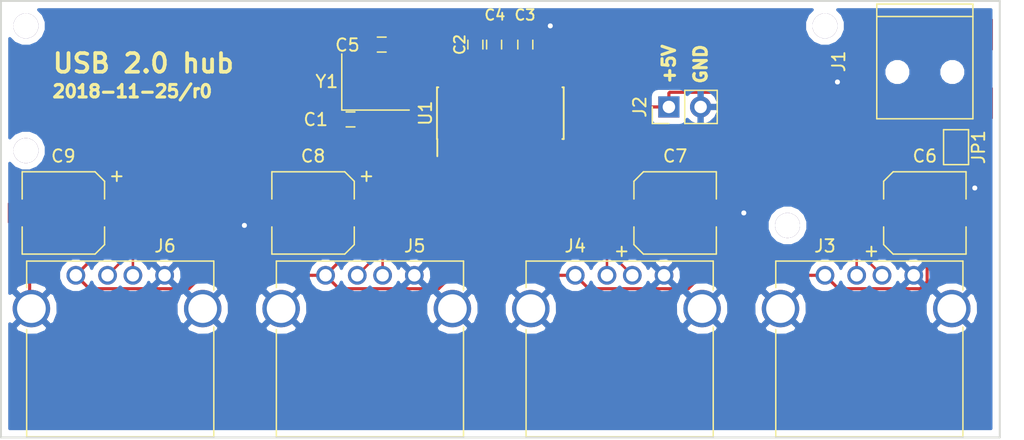
<source format=kicad_pcb>
(kicad_pcb (version 20171130) (host pcbnew "(5.0.1-3-g963ef8bb5)")

  (general
    (thickness 1.6)
    (drawings 8)
    (tracks 168)
    (zones 0)
    (modules 22)
    (nets 21)
  )

  (page A4)
  (layers
    (0 F.Cu signal)
    (31 B.Cu signal)
    (32 B.Adhes user)
    (33 F.Adhes user)
    (34 B.Paste user)
    (35 F.Paste user)
    (36 B.SilkS user)
    (37 F.SilkS user)
    (38 B.Mask user)
    (39 F.Mask user)
    (40 Dwgs.User user)
    (41 Cmts.User user)
    (42 Eco1.User user)
    (43 Eco2.User user)
    (44 Edge.Cuts user)
    (45 Margin user)
    (46 B.CrtYd user)
    (47 F.CrtYd user)
    (48 B.Fab user)
    (49 F.Fab user)
  )

  (setup
    (last_trace_width 0.25)
    (trace_clearance 0.2)
    (zone_clearance 0.508)
    (zone_45_only no)
    (trace_min 0.2)
    (segment_width 0.2)
    (edge_width 0.15)
    (via_size 0.8)
    (via_drill 0.4)
    (via_min_size 0.4)
    (via_min_drill 0.3)
    (uvia_size 0.3)
    (uvia_drill 0.1)
    (uvias_allowed no)
    (uvia_min_size 0.2)
    (uvia_min_drill 0.1)
    (pcb_text_width 0.3)
    (pcb_text_size 1.5 1.5)
    (mod_edge_width 0.15)
    (mod_text_size 1 1)
    (mod_text_width 0.15)
    (pad_size 2 2)
    (pad_drill 2)
    (pad_to_mask_clearance 0.051)
    (solder_mask_min_width 0.25)
    (aux_axis_origin 0 0)
    (visible_elements FFFFFF7F)
    (pcbplotparams
      (layerselection 0x010f0_ffffffff)
      (usegerberextensions false)
      (usegerberattributes false)
      (usegerberadvancedattributes false)
      (creategerberjobfile false)
      (excludeedgelayer true)
      (linewidth 0.100000)
      (plotframeref false)
      (viasonmask false)
      (mode 1)
      (useauxorigin false)
      (hpglpennumber 1)
      (hpglpenspeed 20)
      (hpglpendiameter 15.000000)
      (psnegative false)
      (psa4output false)
      (plotreference true)
      (plotvalue true)
      (plotinvisibletext false)
      (padsonsilk false)
      (subtractmaskfromsilk false)
      (outputformat 1)
      (mirror false)
      (drillshape 0)
      (scaleselection 1)
      (outputdirectory "mfg/"))
  )

  (net 0 "")
  (net 1 "Net-(C1-Pad2)")
  (net 2 GND)
  (net 3 "Net-(C2-Pad1)")
  (net 4 +5V)
  (net 5 "Net-(C4-Pad2)")
  (net 6 "Net-(C5-Pad2)")
  (net 7 "Net-(J1-Pad4)")
  (net 8 "Net-(J1-Pad1)")
  (net 9 "Net-(Y1-Pad4)")
  (net 10 "Net-(Y1-Pad2)")
  (net 11 D1_P)
  (net 12 D2_P)
  (net 13 D3_P)
  (net 14 D4_P)
  (net 15 D1_N)
  (net 16 D2_N)
  (net 17 D3_N)
  (net 18 D4_N)
  (net 19 /DP)
  (net 20 /DN)

  (net_class Default "This is the default net class."
    (clearance 0.2)
    (trace_width 0.25)
    (via_dia 0.8)
    (via_drill 0.4)
    (uvia_dia 0.3)
    (uvia_drill 0.1)
    (add_net +5V)
    (add_net /DN)
    (add_net /DP)
    (add_net D1_N)
    (add_net D1_P)
    (add_net D2_N)
    (add_net D2_P)
    (add_net D3_N)
    (add_net D3_P)
    (add_net D4_N)
    (add_net D4_P)
    (add_net GND)
    (add_net "Net-(C1-Pad2)")
    (add_net "Net-(C2-Pad1)")
    (add_net "Net-(C4-Pad2)")
    (add_net "Net-(C5-Pad2)")
    (add_net "Net-(J1-Pad1)")
    (add_net "Net-(J1-Pad4)")
    (add_net "Net-(Y1-Pad2)")
    (add_net "Net-(Y1-Pad4)")
  )

  (module usb-hub:1pin (layer F.Cu) (tedit 5BFB043C) (tstamp 5BFBABEE)
    (at 86 17)
    (descr "module 1 pin (ou trou mecanique de percage)")
    (tags DEV)
    (fp_text reference REF** (at 0 -1.75) (layer F.SilkS) hide
      (effects (font (size 1 1) (thickness 0.15)))
    )
    (fp_text value 1pin (at 0 1.75) (layer F.Fab) hide
      (effects (font (size 1 1) (thickness 0.15)))
    )
    (pad 1 thru_hole circle (at 0 0) (size 2 2) (drill 2) (layers *.Cu *.Mask))
  )

  (module usb-hub:1pin (layer F.Cu) (tedit 5BFB043C) (tstamp 5BFBAA13)
    (at 83 33)
    (descr "module 1 pin (ou trou mecanique de percage)")
    (tags DEV)
    (fp_text reference REF** (at 0 -1.75) (layer F.SilkS) hide
      (effects (font (size 1 1) (thickness 0.15)))
    )
    (fp_text value 1pin (at 0 1.75) (layer F.Fab) hide
      (effects (font (size 1 1) (thickness 0.15)))
    )
    (pad 1 thru_hole circle (at 0 0) (size 2 2) (drill 2) (layers *.Cu *.Mask))
  )

  (module usb-hub:1pin (layer F.Cu) (tedit 5BFB043C) (tstamp 5BFBA847)
    (at 22 27)
    (descr "module 1 pin (ou trou mecanique de percage)")
    (tags DEV)
    (fp_text reference REF** (at 0 -1.75) (layer F.SilkS) hide
      (effects (font (size 1 1) (thickness 0.15)))
    )
    (fp_text value 1pin (at 0 1.75) (layer F.Fab) hide
      (effects (font (size 1 1) (thickness 0.15)))
    )
    (pad 1 thru_hole circle (at 0 0) (size 2 2) (drill 2) (layers *.Cu *.Mask))
  )

  (module Capacitors_SMD:C_0603_HandSoldering (layer F.Cu) (tedit 58AA848B) (tstamp 5BFAF22B)
    (at 48 24.5)
    (descr "Capacitor SMD 0603, hand soldering")
    (tags "capacitor 0603")
    (path /5BFB649A)
    (attr smd)
    (fp_text reference C1 (at -2.788 0.011) (layer F.SilkS)
      (effects (font (size 1 1) (thickness 0.15)))
    )
    (fp_text value 12pF (at 0 1.5) (layer F.Fab)
      (effects (font (size 1 1) (thickness 0.15)))
    )
    (fp_text user %R (at 0 -1.25) (layer F.Fab)
      (effects (font (size 1 1) (thickness 0.15)))
    )
    (fp_line (start -0.8 0.4) (end -0.8 -0.4) (layer F.Fab) (width 0.1))
    (fp_line (start 0.8 0.4) (end -0.8 0.4) (layer F.Fab) (width 0.1))
    (fp_line (start 0.8 -0.4) (end 0.8 0.4) (layer F.Fab) (width 0.1))
    (fp_line (start -0.8 -0.4) (end 0.8 -0.4) (layer F.Fab) (width 0.1))
    (fp_line (start -0.35 -0.6) (end 0.35 -0.6) (layer F.SilkS) (width 0.12))
    (fp_line (start 0.35 0.6) (end -0.35 0.6) (layer F.SilkS) (width 0.12))
    (fp_line (start -1.8 -0.65) (end 1.8 -0.65) (layer F.CrtYd) (width 0.05))
    (fp_line (start -1.8 -0.65) (end -1.8 0.65) (layer F.CrtYd) (width 0.05))
    (fp_line (start 1.8 0.65) (end 1.8 -0.65) (layer F.CrtYd) (width 0.05))
    (fp_line (start 1.8 0.65) (end -1.8 0.65) (layer F.CrtYd) (width 0.05))
    (pad 1 smd rect (at -0.95 0) (size 1.2 0.75) (layers F.Cu F.Paste F.Mask)
      (net 2 GND))
    (pad 2 smd rect (at 0.95 0) (size 1.2 0.75) (layers F.Cu F.Paste F.Mask)
      (net 1 "Net-(C1-Pad2)"))
    (model Capacitors_SMD.3dshapes/C_0603.wrl
      (at (xyz 0 0 0))
      (scale (xyz 1 1 1))
      (rotate (xyz 0 0 0))
    )
  )

  (module Capacitors_SMD:C_0603_HandSoldering (layer F.Cu) (tedit 5BFAFB5F) (tstamp 5BFB567B)
    (at 58 18.5 90)
    (descr "Capacitor SMD 0603, hand soldering")
    (tags "capacitor 0603")
    (path /5BFC3F96)
    (attr smd)
    (fp_text reference C2 (at 0 -1.25 90) (layer F.SilkS)
      (effects (font (size 0.85 0.85) (thickness 0.15)))
    )
    (fp_text value 10uF (at 0 1.5 90) (layer F.Fab)
      (effects (font (size 1 1) (thickness 0.15)))
    )
    (fp_line (start 1.8 0.65) (end -1.8 0.65) (layer F.CrtYd) (width 0.05))
    (fp_line (start 1.8 0.65) (end 1.8 -0.65) (layer F.CrtYd) (width 0.05))
    (fp_line (start -1.8 -0.65) (end -1.8 0.65) (layer F.CrtYd) (width 0.05))
    (fp_line (start -1.8 -0.65) (end 1.8 -0.65) (layer F.CrtYd) (width 0.05))
    (fp_line (start 0.35 0.6) (end -0.35 0.6) (layer F.SilkS) (width 0.12))
    (fp_line (start -0.35 -0.6) (end 0.35 -0.6) (layer F.SilkS) (width 0.12))
    (fp_line (start -0.8 -0.4) (end 0.8 -0.4) (layer F.Fab) (width 0.1))
    (fp_line (start 0.8 -0.4) (end 0.8 0.4) (layer F.Fab) (width 0.1))
    (fp_line (start 0.8 0.4) (end -0.8 0.4) (layer F.Fab) (width 0.1))
    (fp_line (start -0.8 0.4) (end -0.8 -0.4) (layer F.Fab) (width 0.1))
    (fp_text user %R (at 0 -1.25 90) (layer F.Fab)
      (effects (font (size 1 1) (thickness 0.15)))
    )
    (pad 2 smd rect (at 0.95 0 90) (size 1.2 0.75) (layers F.Cu F.Paste F.Mask)
      (net 2 GND))
    (pad 1 smd rect (at -0.95 0 90) (size 1.2 0.75) (layers F.Cu F.Paste F.Mask)
      (net 3 "Net-(C2-Pad1)"))
    (model Capacitors_SMD.3dshapes/C_0603.wrl
      (at (xyz 0 0 0))
      (scale (xyz 1 1 1))
      (rotate (xyz 0 0 0))
    )
  )

  (module Capacitors_SMD:C_0603_HandSoldering (layer F.Cu) (tedit 5BFAFB55) (tstamp 5BFAF24D)
    (at 62 18.5 270)
    (descr "Capacitor SMD 0603, hand soldering")
    (tags "capacitor 0603")
    (path /5BFDAE71)
    (attr smd)
    (fp_text reference C3 (at -2.371 0.024) (layer F.SilkS)
      (effects (font (size 0.85 0.85) (thickness 0.15)))
    )
    (fp_text value 10uF (at 0 1.5 270) (layer F.Fab)
      (effects (font (size 1 1) (thickness 0.15)))
    )
    (fp_text user %R (at 0 -1.25 270) (layer F.Fab)
      (effects (font (size 1 1) (thickness 0.15)))
    )
    (fp_line (start -0.8 0.4) (end -0.8 -0.4) (layer F.Fab) (width 0.1))
    (fp_line (start 0.8 0.4) (end -0.8 0.4) (layer F.Fab) (width 0.1))
    (fp_line (start 0.8 -0.4) (end 0.8 0.4) (layer F.Fab) (width 0.1))
    (fp_line (start -0.8 -0.4) (end 0.8 -0.4) (layer F.Fab) (width 0.1))
    (fp_line (start -0.35 -0.6) (end 0.35 -0.6) (layer F.SilkS) (width 0.12))
    (fp_line (start 0.35 0.6) (end -0.35 0.6) (layer F.SilkS) (width 0.12))
    (fp_line (start -1.8 -0.65) (end 1.8 -0.65) (layer F.CrtYd) (width 0.05))
    (fp_line (start -1.8 -0.65) (end -1.8 0.65) (layer F.CrtYd) (width 0.05))
    (fp_line (start 1.8 0.65) (end 1.8 -0.65) (layer F.CrtYd) (width 0.05))
    (fp_line (start 1.8 0.65) (end -1.8 0.65) (layer F.CrtYd) (width 0.05))
    (pad 1 smd rect (at -0.95 0 270) (size 1.2 0.75) (layers F.Cu F.Paste F.Mask)
      (net 2 GND))
    (pad 2 smd rect (at 0.95 0 270) (size 1.2 0.75) (layers F.Cu F.Paste F.Mask)
      (net 4 +5V))
    (model Capacitors_SMD.3dshapes/C_0603.wrl
      (at (xyz 0 0 0))
      (scale (xyz 1 1 1))
      (rotate (xyz 0 0 0))
    )
  )

  (module Capacitors_SMD:C_0603_HandSoldering (layer F.Cu) (tedit 5BFAFB43) (tstamp 5BFAF25E)
    (at 59.5 18.5 270)
    (descr "Capacitor SMD 0603, hand soldering")
    (tags "capacitor 0603")
    (path /5BFC5545)
    (attr smd)
    (fp_text reference C4 (at -2.371 -0.063) (layer F.SilkS)
      (effects (font (size 0.85 0.85) (thickness 0.15)))
    )
    (fp_text value 10uF (at 0 1.5 270) (layer F.Fab)
      (effects (font (size 1 1) (thickness 0.15)))
    )
    (fp_line (start 1.8 0.65) (end -1.8 0.65) (layer F.CrtYd) (width 0.05))
    (fp_line (start 1.8 0.65) (end 1.8 -0.65) (layer F.CrtYd) (width 0.05))
    (fp_line (start -1.8 -0.65) (end -1.8 0.65) (layer F.CrtYd) (width 0.05))
    (fp_line (start -1.8 -0.65) (end 1.8 -0.65) (layer F.CrtYd) (width 0.05))
    (fp_line (start 0.35 0.6) (end -0.35 0.6) (layer F.SilkS) (width 0.12))
    (fp_line (start -0.35 -0.6) (end 0.35 -0.6) (layer F.SilkS) (width 0.12))
    (fp_line (start -0.8 -0.4) (end 0.8 -0.4) (layer F.Fab) (width 0.1))
    (fp_line (start 0.8 -0.4) (end 0.8 0.4) (layer F.Fab) (width 0.1))
    (fp_line (start 0.8 0.4) (end -0.8 0.4) (layer F.Fab) (width 0.1))
    (fp_line (start -0.8 0.4) (end -0.8 -0.4) (layer F.Fab) (width 0.1))
    (fp_text user %R (at 0 -1.25 270) (layer F.Fab)
      (effects (font (size 1 1) (thickness 0.15)))
    )
    (pad 2 smd rect (at 0.95 0 270) (size 1.2 0.75) (layers F.Cu F.Paste F.Mask)
      (net 5 "Net-(C4-Pad2)"))
    (pad 1 smd rect (at -0.95 0 270) (size 1.2 0.75) (layers F.Cu F.Paste F.Mask)
      (net 2 GND))
    (model Capacitors_SMD.3dshapes/C_0603.wrl
      (at (xyz 0 0 0))
      (scale (xyz 1 1 1))
      (rotate (xyz 0 0 0))
    )
  )

  (module Capacitors_SMD:C_0603_HandSoldering (layer F.Cu) (tedit 58AA848B) (tstamp 5BFAF26F)
    (at 50.5 18.5)
    (descr "Capacitor SMD 0603, hand soldering")
    (tags "capacitor 0603")
    (path /5BFB7847)
    (attr smd)
    (fp_text reference C5 (at -2.748 0.042) (layer F.SilkS)
      (effects (font (size 1 1) (thickness 0.15)))
    )
    (fp_text value 12pF (at 0 1.5) (layer F.Fab)
      (effects (font (size 1 1) (thickness 0.15)))
    )
    (fp_line (start 1.8 0.65) (end -1.8 0.65) (layer F.CrtYd) (width 0.05))
    (fp_line (start 1.8 0.65) (end 1.8 -0.65) (layer F.CrtYd) (width 0.05))
    (fp_line (start -1.8 -0.65) (end -1.8 0.65) (layer F.CrtYd) (width 0.05))
    (fp_line (start -1.8 -0.65) (end 1.8 -0.65) (layer F.CrtYd) (width 0.05))
    (fp_line (start 0.35 0.6) (end -0.35 0.6) (layer F.SilkS) (width 0.12))
    (fp_line (start -0.35 -0.6) (end 0.35 -0.6) (layer F.SilkS) (width 0.12))
    (fp_line (start -0.8 -0.4) (end 0.8 -0.4) (layer F.Fab) (width 0.1))
    (fp_line (start 0.8 -0.4) (end 0.8 0.4) (layer F.Fab) (width 0.1))
    (fp_line (start 0.8 0.4) (end -0.8 0.4) (layer F.Fab) (width 0.1))
    (fp_line (start -0.8 0.4) (end -0.8 -0.4) (layer F.Fab) (width 0.1))
    (fp_text user %R (at 0 -1.25) (layer F.Fab)
      (effects (font (size 1 1) (thickness 0.15)))
    )
    (pad 2 smd rect (at 0.95 0) (size 1.2 0.75) (layers F.Cu F.Paste F.Mask)
      (net 6 "Net-(C5-Pad2)"))
    (pad 1 smd rect (at -0.95 0) (size 1.2 0.75) (layers F.Cu F.Paste F.Mask)
      (net 2 GND))
    (model Capacitors_SMD.3dshapes/C_0603.wrl
      (at (xyz 0 0 0))
      (scale (xyz 1 1 1))
      (rotate (xyz 0 0 0))
    )
  )

  (module Capacitors_SMD:CP_Elec_6.3x5.3 (layer F.Cu) (tedit 5BFAFB05) (tstamp 5BFAFCFD)
    (at 94 32)
    (descr "SMT capacitor, aluminium electrolytic, 6.3x5.3")
    (path /5BFF8BAA)
    (attr smd)
    (fp_text reference C6 (at 0 -4.56) (layer F.SilkS)
      (effects (font (size 1 1) (thickness 0.15)))
    )
    (fp_text value 100uF (at 0 -4.56) (layer F.Fab)
      (effects (font (size 1 1) (thickness 0.15)))
    )
    (fp_circle (center 0 0) (end 0.6 3) (layer F.Fab) (width 0.1))
    (fp_text user + (at -1.75 -0.08) (layer F.Fab)
      (effects (font (size 1 1) (thickness 0.15)))
    )
    (fp_text user + (at -4.28 3.01) (layer F.SilkS)
      (effects (font (size 1 1) (thickness 0.15)))
    )
    (fp_text user %R (at 0 4.56) (layer F.Fab)
      (effects (font (size 1 1) (thickness 0.15)))
    )
    (fp_line (start 3.15 3.15) (end 3.15 -3.15) (layer F.Fab) (width 0.1))
    (fp_line (start -2.48 3.15) (end 3.15 3.15) (layer F.Fab) (width 0.1))
    (fp_line (start -3.15 2.48) (end -2.48 3.15) (layer F.Fab) (width 0.1))
    (fp_line (start -3.15 -2.48) (end -3.15 2.48) (layer F.Fab) (width 0.1))
    (fp_line (start -2.48 -3.15) (end -3.15 -2.48) (layer F.Fab) (width 0.1))
    (fp_line (start 3.15 -3.15) (end -2.48 -3.15) (layer F.Fab) (width 0.1))
    (fp_line (start 3.3 3.3) (end 3.3 1.12) (layer F.SilkS) (width 0.12))
    (fp_line (start 3.3 -3.3) (end 3.3 -1.12) (layer F.SilkS) (width 0.12))
    (fp_line (start -3.3 2.54) (end -3.3 1.12) (layer F.SilkS) (width 0.12))
    (fp_line (start -3.3 -2.54) (end -3.3 -1.12) (layer F.SilkS) (width 0.12))
    (fp_line (start 3.3 3.3) (end -2.54 3.3) (layer F.SilkS) (width 0.12))
    (fp_line (start -2.54 3.3) (end -3.3 2.54) (layer F.SilkS) (width 0.12))
    (fp_line (start -3.3 -2.54) (end -2.54 -3.3) (layer F.SilkS) (width 0.12))
    (fp_line (start -2.54 -3.3) (end 3.3 -3.3) (layer F.SilkS) (width 0.12))
    (fp_line (start -4.7 -3.4) (end 4.7 -3.4) (layer F.CrtYd) (width 0.05))
    (fp_line (start -4.7 -3.4) (end -4.7 3.4) (layer F.CrtYd) (width 0.05))
    (fp_line (start 4.7 3.4) (end 4.7 -3.4) (layer F.CrtYd) (width 0.05))
    (fp_line (start 4.7 3.4) (end -4.7 3.4) (layer F.CrtYd) (width 0.05))
    (pad 1 smd rect (at -2.7 0 180) (size 3.5 1.6) (layers F.Cu F.Paste F.Mask)
      (net 4 +5V))
    (pad 2 smd rect (at 2.7 0 180) (size 3.5 1.6) (layers F.Cu F.Paste F.Mask)
      (net 2 GND))
    (model Capacitors_SMD.3dshapes/CP_Elec_6.3x5.3.wrl
      (at (xyz 0 0 0))
      (scale (xyz 1 1 1))
      (rotate (xyz 0 0 180))
    )
  )

  (module Capacitors_SMD:CP_Elec_6.3x5.3 (layer F.Cu) (tedit 5BFAFAFD) (tstamp 5BFAFCAC)
    (at 74 32)
    (descr "SMT capacitor, aluminium electrolytic, 6.3x5.3")
    (path /5C0011E8)
    (attr smd)
    (fp_text reference C7 (at 0 -4.56) (layer F.SilkS)
      (effects (font (size 1 1) (thickness 0.15)))
    )
    (fp_text value 100uF (at 0 -4.56) (layer F.Fab)
      (effects (font (size 1 1) (thickness 0.15)))
    )
    (fp_line (start 4.7 3.4) (end -4.7 3.4) (layer F.CrtYd) (width 0.05))
    (fp_line (start 4.7 3.4) (end 4.7 -3.4) (layer F.CrtYd) (width 0.05))
    (fp_line (start -4.7 -3.4) (end -4.7 3.4) (layer F.CrtYd) (width 0.05))
    (fp_line (start -4.7 -3.4) (end 4.7 -3.4) (layer F.CrtYd) (width 0.05))
    (fp_line (start -2.54 -3.3) (end 3.3 -3.3) (layer F.SilkS) (width 0.12))
    (fp_line (start -3.3 -2.54) (end -2.54 -3.3) (layer F.SilkS) (width 0.12))
    (fp_line (start -2.54 3.3) (end -3.3 2.54) (layer F.SilkS) (width 0.12))
    (fp_line (start 3.3 3.3) (end -2.54 3.3) (layer F.SilkS) (width 0.12))
    (fp_line (start -3.3 -2.54) (end -3.3 -1.12) (layer F.SilkS) (width 0.12))
    (fp_line (start -3.3 2.54) (end -3.3 1.12) (layer F.SilkS) (width 0.12))
    (fp_line (start 3.3 -3.3) (end 3.3 -1.12) (layer F.SilkS) (width 0.12))
    (fp_line (start 3.3 3.3) (end 3.3 1.12) (layer F.SilkS) (width 0.12))
    (fp_line (start 3.15 -3.15) (end -2.48 -3.15) (layer F.Fab) (width 0.1))
    (fp_line (start -2.48 -3.15) (end -3.15 -2.48) (layer F.Fab) (width 0.1))
    (fp_line (start -3.15 -2.48) (end -3.15 2.48) (layer F.Fab) (width 0.1))
    (fp_line (start -3.15 2.48) (end -2.48 3.15) (layer F.Fab) (width 0.1))
    (fp_line (start -2.48 3.15) (end 3.15 3.15) (layer F.Fab) (width 0.1))
    (fp_line (start 3.15 3.15) (end 3.15 -3.15) (layer F.Fab) (width 0.1))
    (fp_text user %R (at 0 4.56) (layer F.Fab)
      (effects (font (size 1 1) (thickness 0.15)))
    )
    (fp_text user + (at -4.28 3.01) (layer F.SilkS)
      (effects (font (size 1 1) (thickness 0.15)))
    )
    (fp_text user + (at -1.75 -0.08) (layer F.Fab)
      (effects (font (size 1 1) (thickness 0.15)))
    )
    (fp_circle (center 0 0) (end 0.6 3) (layer F.Fab) (width 0.1))
    (pad 2 smd rect (at 2.7 0 180) (size 3.5 1.6) (layers F.Cu F.Paste F.Mask)
      (net 2 GND))
    (pad 1 smd rect (at -2.7 0 180) (size 3.5 1.6) (layers F.Cu F.Paste F.Mask)
      (net 4 +5V))
    (model Capacitors_SMD.3dshapes/CP_Elec_6.3x5.3.wrl
      (at (xyz 0 0 0))
      (scale (xyz 1 1 1))
      (rotate (xyz 0 0 180))
    )
  )

  (module Capacitors_SMD:CP_Elec_6.3x5.3 (layer F.Cu) (tedit 58AA8B2D) (tstamp 5BFAFD8D)
    (at 45 32 180)
    (descr "SMT capacitor, aluminium electrolytic, 6.3x5.3")
    (path /5C00592A)
    (attr smd)
    (fp_text reference C8 (at 0 4.56 180) (layer F.SilkS)
      (effects (font (size 1 1) (thickness 0.15)))
    )
    (fp_text value 100uF (at 0 -4.56 180) (layer F.Fab)
      (effects (font (size 1 1) (thickness 0.15)))
    )
    (fp_line (start 4.7 3.4) (end -4.7 3.4) (layer F.CrtYd) (width 0.05))
    (fp_line (start 4.7 3.4) (end 4.7 -3.4) (layer F.CrtYd) (width 0.05))
    (fp_line (start -4.7 -3.4) (end -4.7 3.4) (layer F.CrtYd) (width 0.05))
    (fp_line (start -4.7 -3.4) (end 4.7 -3.4) (layer F.CrtYd) (width 0.05))
    (fp_line (start -2.54 -3.3) (end 3.3 -3.3) (layer F.SilkS) (width 0.12))
    (fp_line (start -3.3 -2.54) (end -2.54 -3.3) (layer F.SilkS) (width 0.12))
    (fp_line (start -2.54 3.3) (end -3.3 2.54) (layer F.SilkS) (width 0.12))
    (fp_line (start 3.3 3.3) (end -2.54 3.3) (layer F.SilkS) (width 0.12))
    (fp_line (start -3.3 -2.54) (end -3.3 -1.12) (layer F.SilkS) (width 0.12))
    (fp_line (start -3.3 2.54) (end -3.3 1.12) (layer F.SilkS) (width 0.12))
    (fp_line (start 3.3 -3.3) (end 3.3 -1.12) (layer F.SilkS) (width 0.12))
    (fp_line (start 3.3 3.3) (end 3.3 1.12) (layer F.SilkS) (width 0.12))
    (fp_line (start 3.15 -3.15) (end -2.48 -3.15) (layer F.Fab) (width 0.1))
    (fp_line (start -2.48 -3.15) (end -3.15 -2.48) (layer F.Fab) (width 0.1))
    (fp_line (start -3.15 -2.48) (end -3.15 2.48) (layer F.Fab) (width 0.1))
    (fp_line (start -3.15 2.48) (end -2.48 3.15) (layer F.Fab) (width 0.1))
    (fp_line (start -2.48 3.15) (end 3.15 3.15) (layer F.Fab) (width 0.1))
    (fp_line (start 3.15 3.15) (end 3.15 -3.15) (layer F.Fab) (width 0.1))
    (fp_text user %R (at 0 4.56 180) (layer F.Fab)
      (effects (font (size 1 1) (thickness 0.15)))
    )
    (fp_text user + (at -4.28 3.01 180) (layer F.SilkS)
      (effects (font (size 1 1) (thickness 0.15)))
    )
    (fp_text user + (at -1.75 -0.08 180) (layer F.Fab)
      (effects (font (size 1 1) (thickness 0.15)))
    )
    (fp_circle (center 0 0) (end 0.6 3) (layer F.Fab) (width 0.1))
    (pad 2 smd rect (at 2.7 0) (size 3.5 1.6) (layers F.Cu F.Paste F.Mask)
      (net 2 GND))
    (pad 1 smd rect (at -2.7 0) (size 3.5 1.6) (layers F.Cu F.Paste F.Mask)
      (net 4 +5V))
    (model Capacitors_SMD.3dshapes/CP_Elec_6.3x5.3.wrl
      (at (xyz 0 0 0))
      (scale (xyz 1 1 1))
      (rotate (xyz 0 0 180))
    )
  )

  (module Capacitors_SMD:CP_Elec_6.3x5.3 (layer F.Cu) (tedit 58AA8B2D) (tstamp 5BFB06E3)
    (at 25 32 180)
    (descr "SMT capacitor, aluminium electrolytic, 6.3x5.3")
    (path /5C00A7C9)
    (attr smd)
    (fp_text reference C9 (at 0 4.56 180) (layer F.SilkS)
      (effects (font (size 1 1) (thickness 0.15)))
    )
    (fp_text value 100uF (at 0 -4.56 180) (layer F.Fab)
      (effects (font (size 1 1) (thickness 0.15)))
    )
    (fp_circle (center 0 0) (end 0.6 3) (layer F.Fab) (width 0.1))
    (fp_text user + (at -1.75 -0.08 180) (layer F.Fab)
      (effects (font (size 1 1) (thickness 0.15)))
    )
    (fp_text user + (at -4.28 3.01 180) (layer F.SilkS)
      (effects (font (size 1 1) (thickness 0.15)))
    )
    (fp_text user %R (at 0 4.56 180) (layer F.Fab)
      (effects (font (size 1 1) (thickness 0.15)))
    )
    (fp_line (start 3.15 3.15) (end 3.15 -3.15) (layer F.Fab) (width 0.1))
    (fp_line (start -2.48 3.15) (end 3.15 3.15) (layer F.Fab) (width 0.1))
    (fp_line (start -3.15 2.48) (end -2.48 3.15) (layer F.Fab) (width 0.1))
    (fp_line (start -3.15 -2.48) (end -3.15 2.48) (layer F.Fab) (width 0.1))
    (fp_line (start -2.48 -3.15) (end -3.15 -2.48) (layer F.Fab) (width 0.1))
    (fp_line (start 3.15 -3.15) (end -2.48 -3.15) (layer F.Fab) (width 0.1))
    (fp_line (start 3.3 3.3) (end 3.3 1.12) (layer F.SilkS) (width 0.12))
    (fp_line (start 3.3 -3.3) (end 3.3 -1.12) (layer F.SilkS) (width 0.12))
    (fp_line (start -3.3 2.54) (end -3.3 1.12) (layer F.SilkS) (width 0.12))
    (fp_line (start -3.3 -2.54) (end -3.3 -1.12) (layer F.SilkS) (width 0.12))
    (fp_line (start 3.3 3.3) (end -2.54 3.3) (layer F.SilkS) (width 0.12))
    (fp_line (start -2.54 3.3) (end -3.3 2.54) (layer F.SilkS) (width 0.12))
    (fp_line (start -3.3 -2.54) (end -2.54 -3.3) (layer F.SilkS) (width 0.12))
    (fp_line (start -2.54 -3.3) (end 3.3 -3.3) (layer F.SilkS) (width 0.12))
    (fp_line (start -4.7 -3.4) (end 4.7 -3.4) (layer F.CrtYd) (width 0.05))
    (fp_line (start -4.7 -3.4) (end -4.7 3.4) (layer F.CrtYd) (width 0.05))
    (fp_line (start 4.7 3.4) (end 4.7 -3.4) (layer F.CrtYd) (width 0.05))
    (fp_line (start 4.7 3.4) (end -4.7 3.4) (layer F.CrtYd) (width 0.05))
    (pad 1 smd rect (at -2.7 0) (size 3.5 1.6) (layers F.Cu F.Paste F.Mask)
      (net 4 +5V))
    (pad 2 smd rect (at 2.7 0) (size 3.5 1.6) (layers F.Cu F.Paste F.Mask)
      (net 2 GND))
    (model Capacitors_SMD.3dshapes/CP_Elec_6.3x5.3.wrl
      (at (xyz 0 0 0))
      (scale (xyz 1 1 1))
      (rotate (xyz 0 0 180))
    )
  )

  (module Connectors:USB_Mini-B (layer F.Cu) (tedit 5543E571) (tstamp 5BFB0AFF)
    (at 94 20.5 270)
    (descr "USB Mini-B 5-pin SMD connector")
    (tags "USB USB_B USB_Mini connector")
    (path /5BFA3C25)
    (attr smd)
    (fp_text reference J1 (at -0.65 6.9 270) (layer F.SilkS)
      (effects (font (size 1 1) (thickness 0.15)))
    )
    (fp_text value USB_B_Mini (at -0.65 -7.1 270) (layer F.Fab)
      (effects (font (size 1 1) (thickness 0.15)))
    )
    (fp_line (start 3.95 -3.85) (end -5.25 -3.85) (layer F.SilkS) (width 0.12))
    (fp_line (start 3.95 3.85) (end 3.95 -3.85) (layer F.SilkS) (width 0.12))
    (fp_line (start -5.25 3.85) (end 3.95 3.85) (layer F.SilkS) (width 0.12))
    (fp_line (start -5.25 -3.85) (end -5.25 3.85) (layer F.SilkS) (width 0.12))
    (fp_line (start -4.25 -3.85) (end -4.25 3.85) (layer F.SilkS) (width 0.12))
    (fp_line (start -5.5 5.7) (end -5.5 -5.7) (layer F.CrtYd) (width 0.05))
    (fp_line (start 4.2 5.7) (end -5.5 5.7) (layer F.CrtYd) (width 0.05))
    (fp_line (start 4.2 -5.7) (end 4.2 5.7) (layer F.CrtYd) (width 0.05))
    (fp_line (start -5.5 -5.7) (end 4.2 -5.7) (layer F.CrtYd) (width 0.05))
    (pad "" np_thru_hole circle (at 0.2 2.2 270) (size 0.9 0.9) (drill 0.9) (layers *.Cu *.Mask))
    (pad "" np_thru_hole circle (at 0.2 -2.2 270) (size 0.9 0.9) (drill 0.9) (layers *.Cu *.Mask))
    (pad 6 smd rect (at -2.8 4.45 270) (size 2.5 2) (layers F.Cu F.Paste F.Mask)
      (net 2 GND))
    (pad 6 smd rect (at 2.7 4.45 270) (size 2.5 2) (layers F.Cu F.Paste F.Mask)
      (net 2 GND))
    (pad 6 smd rect (at -2.8 -4.45 270) (size 2.5 2) (layers F.Cu F.Paste F.Mask)
      (net 2 GND))
    (pad 6 smd rect (at 2.7 -4.45 270) (size 2.5 2) (layers F.Cu F.Paste F.Mask)
      (net 2 GND))
    (pad 5 smd rect (at 2.8 1.6 270) (size 2.3 0.5) (layers F.Cu F.Paste F.Mask)
      (net 2 GND))
    (pad 4 smd rect (at 2.8 0.8 270) (size 2.3 0.5) (layers F.Cu F.Paste F.Mask)
      (net 7 "Net-(J1-Pad4)"))
    (pad 3 smd rect (at 2.8 0 270) (size 2.3 0.5) (layers F.Cu F.Paste F.Mask)
      (net 19 /DP))
    (pad 2 smd rect (at 2.8 -0.8 270) (size 2.3 0.5) (layers F.Cu F.Paste F.Mask)
      (net 20 /DN))
    (pad 1 smd rect (at 2.8 -1.6 270) (size 2.3 0.5) (layers F.Cu F.Paste F.Mask)
      (net 8 "Net-(J1-Pad1)"))
  )

  (module Pin_Headers:Pin_Header_Straight_1x02_Pitch2.54mm (layer F.Cu) (tedit 59650532) (tstamp 5BFAFD48)
    (at 73.5 23.5 90)
    (descr "Through hole straight pin header, 1x02, 2.54mm pitch, single row")
    (tags "Through hole pin header THT 1x02 2.54mm single row")
    (path /5BFA89CB)
    (fp_text reference J2 (at 0 -2.33 90) (layer F.SilkS)
      (effects (font (size 1 1) (thickness 0.15)))
    )
    (fp_text value Conn_01x02 (at 0 4.87 90) (layer F.Fab)
      (effects (font (size 1 1) (thickness 0.15)))
    )
    (fp_text user %R (at 0 1.27 180) (layer F.Fab)
      (effects (font (size 1 1) (thickness 0.15)))
    )
    (fp_line (start 1.8 -1.8) (end -1.8 -1.8) (layer F.CrtYd) (width 0.05))
    (fp_line (start 1.8 4.35) (end 1.8 -1.8) (layer F.CrtYd) (width 0.05))
    (fp_line (start -1.8 4.35) (end 1.8 4.35) (layer F.CrtYd) (width 0.05))
    (fp_line (start -1.8 -1.8) (end -1.8 4.35) (layer F.CrtYd) (width 0.05))
    (fp_line (start -1.33 -1.33) (end 0 -1.33) (layer F.SilkS) (width 0.12))
    (fp_line (start -1.33 0) (end -1.33 -1.33) (layer F.SilkS) (width 0.12))
    (fp_line (start -1.33 1.27) (end 1.33 1.27) (layer F.SilkS) (width 0.12))
    (fp_line (start 1.33 1.27) (end 1.33 3.87) (layer F.SilkS) (width 0.12))
    (fp_line (start -1.33 1.27) (end -1.33 3.87) (layer F.SilkS) (width 0.12))
    (fp_line (start -1.33 3.87) (end 1.33 3.87) (layer F.SilkS) (width 0.12))
    (fp_line (start -1.27 -0.635) (end -0.635 -1.27) (layer F.Fab) (width 0.1))
    (fp_line (start -1.27 3.81) (end -1.27 -0.635) (layer F.Fab) (width 0.1))
    (fp_line (start 1.27 3.81) (end -1.27 3.81) (layer F.Fab) (width 0.1))
    (fp_line (start 1.27 -1.27) (end 1.27 3.81) (layer F.Fab) (width 0.1))
    (fp_line (start -0.635 -1.27) (end 1.27 -1.27) (layer F.Fab) (width 0.1))
    (pad 2 thru_hole oval (at 0 2.54 90) (size 1.7 1.7) (drill 1) (layers *.Cu *.Mask)
      (net 2 GND))
    (pad 1 thru_hole rect (at 0 0 90) (size 1.7 1.7) (drill 1) (layers *.Cu *.Mask)
      (net 4 +5V))
    (model ${KISYS3DMOD}/Pin_Headers.3dshapes/Pin_Header_Straight_1x02_Pitch2.54mm.wrl
      (at (xyz 0 0 0))
      (scale (xyz 1 1 1))
      (rotate (xyz 0 0 0))
    )
  )

  (module Connectors:USB_A (layer F.Cu) (tedit 5543E289) (tstamp 5BFAF321)
    (at 86 37)
    (descr "USB A connector")
    (tags "USB USB_A")
    (path /5BFA5A67)
    (fp_text reference J3 (at 0 -2.35) (layer F.SilkS)
      (effects (font (size 1 1) (thickness 0.15)))
    )
    (fp_text value USB_A (at 3.84 7.44) (layer F.Fab)
      (effects (font (size 1 1) (thickness 0.15)))
    )
    (fp_line (start -3.94 4.35) (end -3.94 12.95) (layer F.SilkS) (width 0.12))
    (fp_line (start 11.05 4.15) (end 11.05 12.95) (layer F.SilkS) (width 0.12))
    (fp_line (start 11.05 12.95) (end -3.94 12.95) (layer F.SilkS) (width 0.12))
    (fp_line (start 11.05 -1.14) (end -3.94 -1.14) (layer F.SilkS) (width 0.12))
    (fp_line (start -3.94 -1.14) (end -3.94 0.98) (layer F.SilkS) (width 0.12))
    (fp_line (start 11.05 -1.14) (end 11.05 1.19) (layer F.SilkS) (width 0.12))
    (fp_line (start -5.3 -1.4) (end 11.95 -1.4) (layer F.CrtYd) (width 0.05))
    (fp_line (start -5.3 13.2) (end 11.95 13.2) (layer F.CrtYd) (width 0.05))
    (fp_line (start 11.95 -1.4) (end 11.95 13.2) (layer F.CrtYd) (width 0.05))
    (fp_line (start -5.3 13.2) (end -5.3 -1.4) (layer F.CrtYd) (width 0.05))
    (pad 5 thru_hole circle (at -3.56 2.67 270) (size 3 3) (drill 2.3) (layers *.Cu *.Mask)
      (net 2 GND))
    (pad 5 thru_hole circle (at 10.16 2.67 270) (size 3 3) (drill 2.3) (layers *.Cu *.Mask)
      (net 2 GND))
    (pad 1 thru_hole circle (at 0 0 270) (size 1.5 1.5) (drill 1) (layers *.Cu *.Mask)
      (net 4 +5V))
    (pad 2 thru_hole circle (at 2.54 0 270) (size 1.5 1.5) (drill 1) (layers *.Cu *.Mask)
      (net 15 D1_N))
    (pad 3 thru_hole circle (at 4.57 0 270) (size 1.5 1.5) (drill 1) (layers *.Cu *.Mask)
      (net 11 D1_P))
    (pad 4 thru_hole circle (at 7.11 0 270) (size 1.5 1.5) (drill 1) (layers *.Cu *.Mask)
      (net 2 GND))
    (model ${KISYS3DMOD}/Connectors.3dshapes/USB_A.wrl
      (offset (xyz 3.555999946594238 0 0))
      (scale (xyz 1 1 1))
      (rotate (xyz 0 0 90))
    )
  )

  (module Connectors:USB_A (layer F.Cu) (tedit 5543E289) (tstamp 5BFAF335)
    (at 66 37)
    (descr "USB A connector")
    (tags "USB USB_A")
    (path /5BFAABDD)
    (fp_text reference J4 (at 0 -2.35) (layer F.SilkS)
      (effects (font (size 1 1) (thickness 0.15)))
    )
    (fp_text value USB_A (at 3.84 7.44) (layer F.Fab)
      (effects (font (size 1 1) (thickness 0.15)))
    )
    (fp_line (start -5.3 13.2) (end -5.3 -1.4) (layer F.CrtYd) (width 0.05))
    (fp_line (start 11.95 -1.4) (end 11.95 13.2) (layer F.CrtYd) (width 0.05))
    (fp_line (start -5.3 13.2) (end 11.95 13.2) (layer F.CrtYd) (width 0.05))
    (fp_line (start -5.3 -1.4) (end 11.95 -1.4) (layer F.CrtYd) (width 0.05))
    (fp_line (start 11.05 -1.14) (end 11.05 1.19) (layer F.SilkS) (width 0.12))
    (fp_line (start -3.94 -1.14) (end -3.94 0.98) (layer F.SilkS) (width 0.12))
    (fp_line (start 11.05 -1.14) (end -3.94 -1.14) (layer F.SilkS) (width 0.12))
    (fp_line (start 11.05 12.95) (end -3.94 12.95) (layer F.SilkS) (width 0.12))
    (fp_line (start 11.05 4.15) (end 11.05 12.95) (layer F.SilkS) (width 0.12))
    (fp_line (start -3.94 4.35) (end -3.94 12.95) (layer F.SilkS) (width 0.12))
    (pad 4 thru_hole circle (at 7.11 0 270) (size 1.5 1.5) (drill 1) (layers *.Cu *.Mask)
      (net 2 GND))
    (pad 3 thru_hole circle (at 4.57 0 270) (size 1.5 1.5) (drill 1) (layers *.Cu *.Mask)
      (net 12 D2_P))
    (pad 2 thru_hole circle (at 2.54 0 270) (size 1.5 1.5) (drill 1) (layers *.Cu *.Mask)
      (net 16 D2_N))
    (pad 1 thru_hole circle (at 0 0 270) (size 1.5 1.5) (drill 1) (layers *.Cu *.Mask)
      (net 4 +5V))
    (pad 5 thru_hole circle (at 10.16 2.67 270) (size 3 3) (drill 2.3) (layers *.Cu *.Mask)
      (net 2 GND))
    (pad 5 thru_hole circle (at -3.56 2.67 270) (size 3 3) (drill 2.3) (layers *.Cu *.Mask)
      (net 2 GND))
    (model ${KISYS3DMOD}/Connectors.3dshapes/USB_A.wrl
      (offset (xyz 3.555999946594238 0 0))
      (scale (xyz 1 1 1))
      (rotate (xyz 0 0 90))
    )
  )

  (module Connectors:USB_A (layer F.Cu) (tedit 5BFAFAEC) (tstamp 5BFAFA36)
    (at 46 37)
    (descr "USB A connector")
    (tags "USB USB_A")
    (path /5BFAB3D3)
    (fp_text reference J5 (at 7.147 -2.35) (layer F.SilkS)
      (effects (font (size 1 1) (thickness 0.15)))
    )
    (fp_text value USB_A (at 3.84 7.44) (layer F.Fab)
      (effects (font (size 1 1) (thickness 0.15)))
    )
    (fp_line (start -5.3 13.2) (end -5.3 -1.4) (layer F.CrtYd) (width 0.05))
    (fp_line (start 11.95 -1.4) (end 11.95 13.2) (layer F.CrtYd) (width 0.05))
    (fp_line (start -5.3 13.2) (end 11.95 13.2) (layer F.CrtYd) (width 0.05))
    (fp_line (start -5.3 -1.4) (end 11.95 -1.4) (layer F.CrtYd) (width 0.05))
    (fp_line (start 11.05 -1.14) (end 11.05 1.19) (layer F.SilkS) (width 0.12))
    (fp_line (start -3.94 -1.14) (end -3.94 0.98) (layer F.SilkS) (width 0.12))
    (fp_line (start 11.05 -1.14) (end -3.94 -1.14) (layer F.SilkS) (width 0.12))
    (fp_line (start 11.05 12.95) (end -3.94 12.95) (layer F.SilkS) (width 0.12))
    (fp_line (start 11.05 4.15) (end 11.05 12.95) (layer F.SilkS) (width 0.12))
    (fp_line (start -3.94 4.35) (end -3.94 12.95) (layer F.SilkS) (width 0.12))
    (pad 4 thru_hole circle (at 7.11 0 270) (size 1.5 1.5) (drill 1) (layers *.Cu *.Mask)
      (net 2 GND))
    (pad 3 thru_hole circle (at 4.57 0 270) (size 1.5 1.5) (drill 1) (layers *.Cu *.Mask)
      (net 13 D3_P))
    (pad 2 thru_hole circle (at 2.54 0 270) (size 1.5 1.5) (drill 1) (layers *.Cu *.Mask)
      (net 17 D3_N))
    (pad 1 thru_hole circle (at 0 0 270) (size 1.5 1.5) (drill 1) (layers *.Cu *.Mask)
      (net 4 +5V))
    (pad 5 thru_hole circle (at 10.16 2.67 270) (size 3 3) (drill 2.3) (layers *.Cu *.Mask)
      (net 2 GND))
    (pad 5 thru_hole circle (at -3.56 2.67 270) (size 3 3) (drill 2.3) (layers *.Cu *.Mask)
      (net 2 GND))
    (model ${KISYS3DMOD}/Connectors.3dshapes/USB_A.wrl
      (offset (xyz 3.555999946594238 0 0))
      (scale (xyz 1 1 1))
      (rotate (xyz 0 0 90))
    )
  )

  (module Connectors:USB_A (layer F.Cu) (tedit 5543E289) (tstamp 5BFB52C1)
    (at 26 37)
    (descr "USB A connector")
    (tags "USB USB_A")
    (path /5BFABEFD)
    (fp_text reference J6 (at 7.147 -2.35) (layer F.SilkS)
      (effects (font (size 1 1) (thickness 0.15)))
    )
    (fp_text value USB_A (at 3.84 7.44) (layer F.Fab)
      (effects (font (size 1 1) (thickness 0.15)))
    )
    (fp_line (start -3.94 4.35) (end -3.94 12.95) (layer F.SilkS) (width 0.12))
    (fp_line (start 11.05 4.15) (end 11.05 12.95) (layer F.SilkS) (width 0.12))
    (fp_line (start 11.05 12.95) (end -3.94 12.95) (layer F.SilkS) (width 0.12))
    (fp_line (start 11.05 -1.14) (end -3.94 -1.14) (layer F.SilkS) (width 0.12))
    (fp_line (start -3.94 -1.14) (end -3.94 0.98) (layer F.SilkS) (width 0.12))
    (fp_line (start 11.05 -1.14) (end 11.05 1.19) (layer F.SilkS) (width 0.12))
    (fp_line (start -5.3 -1.4) (end 11.95 -1.4) (layer F.CrtYd) (width 0.05))
    (fp_line (start -5.3 13.2) (end 11.95 13.2) (layer F.CrtYd) (width 0.05))
    (fp_line (start 11.95 -1.4) (end 11.95 13.2) (layer F.CrtYd) (width 0.05))
    (fp_line (start -5.3 13.2) (end -5.3 -1.4) (layer F.CrtYd) (width 0.05))
    (pad 5 thru_hole circle (at -3.56 2.67 270) (size 3 3) (drill 2.3) (layers *.Cu *.Mask)
      (net 2 GND))
    (pad 5 thru_hole circle (at 10.16 2.67 270) (size 3 3) (drill 2.3) (layers *.Cu *.Mask)
      (net 2 GND))
    (pad 1 thru_hole circle (at 0 0 270) (size 1.5 1.5) (drill 1) (layers *.Cu *.Mask)
      (net 4 +5V))
    (pad 2 thru_hole circle (at 2.54 0 270) (size 1.5 1.5) (drill 1) (layers *.Cu *.Mask)
      (net 18 D4_N))
    (pad 3 thru_hole circle (at 4.57 0 270) (size 1.5 1.5) (drill 1) (layers *.Cu *.Mask)
      (net 14 D4_P))
    (pad 4 thru_hole circle (at 7.11 0 270) (size 1.5 1.5) (drill 1) (layers *.Cu *.Mask)
      (net 2 GND))
    (model ${KISYS3DMOD}/Connectors.3dshapes/USB_A.wrl
      (offset (xyz 3.555999946594238 0 0))
      (scale (xyz 1 1 1))
      (rotate (xyz 0 0 90))
    )
  )

  (module Jumper:SolderJumper-2_P1.3mm_Open_TrianglePad1.0x1.5mm (layer F.Cu) (tedit 5A64794F) (tstamp 5BFAF36B)
    (at 96.5 26.725 270)
    (descr "SMD Solder Jumper, 1x1.5mm Triangular Pads, 0.3mm gap, open")
    (tags "solder jumper open")
    (path /5BFA555C)
    (attr virtual)
    (fp_text reference JP1 (at 0 -1.8 270) (layer F.SilkS)
      (effects (font (size 1 1) (thickness 0.15)))
    )
    (fp_text value SolderJumper_2_Bridged (at 0 1.9 270) (layer F.Fab)
      (effects (font (size 1 1) (thickness 0.15)))
    )
    (fp_line (start -1.4 1) (end -1.4 -1) (layer F.SilkS) (width 0.12))
    (fp_line (start 1.4 1) (end -1.4 1) (layer F.SilkS) (width 0.12))
    (fp_line (start 1.4 -1) (end 1.4 1) (layer F.SilkS) (width 0.12))
    (fp_line (start -1.4 -1) (end 1.4 -1) (layer F.SilkS) (width 0.12))
    (fp_line (start -1.65 -1.25) (end 1.65 -1.25) (layer F.CrtYd) (width 0.05))
    (fp_line (start -1.65 -1.25) (end -1.65 1.25) (layer F.CrtYd) (width 0.05))
    (fp_line (start 1.65 1.25) (end 1.65 -1.25) (layer F.CrtYd) (width 0.05))
    (fp_line (start 1.65 1.25) (end -1.65 1.25) (layer F.CrtYd) (width 0.05))
    (pad 2 smd custom (at 0.725 0 270) (size 0.3 0.3) (layers F.Cu F.Mask)
      (net 4 +5V) (zone_connect 0)
      (options (clearance outline) (anchor rect))
      (primitives
        (gr_poly (pts
           (xy -0.65 -0.75) (xy 0.5 -0.75) (xy 0.5 0.75) (xy -0.65 0.75) (xy -0.15 0)
) (width 0))
      ))
    (pad 1 smd custom (at -0.725 0 270) (size 0.3 0.3) (layers F.Cu F.Mask)
      (net 8 "Net-(J1-Pad1)") (zone_connect 0)
      (options (clearance outline) (anchor rect))
      (primitives
        (gr_poly (pts
           (xy -0.5 -0.75) (xy 0.5 -0.75) (xy 1 0) (xy 0.5 0.75) (xy -0.5 0.75)
) (width 0))
      ))
  )

  (module Housings_SOIC:SOIC-16_3.9x9.9mm_Pitch1.27mm (layer F.Cu) (tedit 58CC8F64) (tstamp 5BFB2F88)
    (at 60 24 90)
    (descr "16-Lead Plastic Small Outline (SL) - Narrow, 3.90 mm Body [SOIC] (see Microchip Packaging Specification 00000049BS.pdf)")
    (tags "SOIC 1.27")
    (path /5BFA3B74)
    (attr smd)
    (fp_text reference U1 (at 0 -6 90) (layer F.SilkS)
      (effects (font (size 1 1) (thickness 0.15)))
    )
    (fp_text value SL2.1A (at 0 6 90) (layer F.Fab)
      (effects (font (size 1 1) (thickness 0.15)))
    )
    (fp_line (start -2.075 -5.05) (end -3.45 -5.05) (layer F.SilkS) (width 0.15))
    (fp_line (start -2.075 5.075) (end 2.075 5.075) (layer F.SilkS) (width 0.15))
    (fp_line (start -2.075 -5.075) (end 2.075 -5.075) (layer F.SilkS) (width 0.15))
    (fp_line (start -2.075 5.075) (end -2.075 4.97) (layer F.SilkS) (width 0.15))
    (fp_line (start 2.075 5.075) (end 2.075 4.97) (layer F.SilkS) (width 0.15))
    (fp_line (start 2.075 -5.075) (end 2.075 -4.97) (layer F.SilkS) (width 0.15))
    (fp_line (start -2.075 -5.075) (end -2.075 -5.05) (layer F.SilkS) (width 0.15))
    (fp_line (start -3.7 5.25) (end 3.7 5.25) (layer F.CrtYd) (width 0.05))
    (fp_line (start -3.7 -5.25) (end 3.7 -5.25) (layer F.CrtYd) (width 0.05))
    (fp_line (start 3.7 -5.25) (end 3.7 5.25) (layer F.CrtYd) (width 0.05))
    (fp_line (start -3.7 -5.25) (end -3.7 5.25) (layer F.CrtYd) (width 0.05))
    (fp_line (start -1.95 -3.95) (end -0.95 -4.95) (layer F.Fab) (width 0.15))
    (fp_line (start -1.95 4.95) (end -1.95 -3.95) (layer F.Fab) (width 0.15))
    (fp_line (start 1.95 4.95) (end -1.95 4.95) (layer F.Fab) (width 0.15))
    (fp_line (start 1.95 -4.95) (end 1.95 4.95) (layer F.Fab) (width 0.15))
    (fp_line (start -0.95 -4.95) (end 1.95 -4.95) (layer F.Fab) (width 0.15))
    (fp_text user %R (at 0 0 90) (layer F.Fab)
      (effects (font (size 0.9 0.9) (thickness 0.135)))
    )
    (pad 16 smd rect (at 2.7 -4.445 90) (size 1.5 0.6) (layers F.Cu F.Paste F.Mask)
      (net 6 "Net-(C5-Pad2)"))
    (pad 15 smd rect (at 2.7 -3.175 90) (size 1.5 0.6) (layers F.Cu F.Paste F.Mask)
      (net 1 "Net-(C1-Pad2)"))
    (pad 14 smd rect (at 2.7 -1.905 90) (size 1.5 0.6) (layers F.Cu F.Paste F.Mask)
      (net 3 "Net-(C2-Pad1)"))
    (pad 13 smd rect (at 2.7 -0.635 90) (size 1.5 0.6) (layers F.Cu F.Paste F.Mask)
      (net 5 "Net-(C4-Pad2)"))
    (pad 12 smd rect (at 2.7 0.635 90) (size 1.5 0.6) (layers F.Cu F.Paste F.Mask)
      (net 2 GND))
    (pad 11 smd rect (at 2.7 1.905 90) (size 1.5 0.6) (layers F.Cu F.Paste F.Mask)
      (net 4 +5V))
    (pad 10 smd rect (at 2.7 3.175 90) (size 1.5 0.6) (layers F.Cu F.Paste F.Mask)
      (net 19 /DP))
    (pad 9 smd rect (at 2.7 4.445 90) (size 1.5 0.6) (layers F.Cu F.Paste F.Mask)
      (net 20 /DN))
    (pad 8 smd rect (at -2.7 4.445 90) (size 1.5 0.6) (layers F.Cu F.Paste F.Mask)
      (net 11 D1_P))
    (pad 7 smd rect (at -2.7 3.175 90) (size 1.5 0.6) (layers F.Cu F.Paste F.Mask)
      (net 15 D1_N))
    (pad 6 smd rect (at -2.7 1.905 90) (size 1.5 0.6) (layers F.Cu F.Paste F.Mask)
      (net 12 D2_P))
    (pad 5 smd rect (at -2.7 0.635 90) (size 1.5 0.6) (layers F.Cu F.Paste F.Mask)
      (net 16 D2_N))
    (pad 4 smd rect (at -2.7 -0.635 90) (size 1.5 0.6) (layers F.Cu F.Paste F.Mask)
      (net 13 D3_P))
    (pad 3 smd rect (at -2.7 -1.905 90) (size 1.5 0.6) (layers F.Cu F.Paste F.Mask)
      (net 17 D3_N))
    (pad 2 smd rect (at -2.7 -3.175 90) (size 1.5 0.6) (layers F.Cu F.Paste F.Mask)
      (net 14 D4_P))
    (pad 1 smd rect (at -2.7 -4.445 90) (size 1.5 0.6) (layers F.Cu F.Paste F.Mask)
      (net 18 D4_N))
    (model ${KISYS3DMOD}/Housings_SOIC.3dshapes/SOIC-16_3.9x9.9mm_Pitch1.27mm.wrl
      (at (xyz 0 0 0))
      (scale (xyz 1 1 1))
      (rotate (xyz 0 0 0))
    )
  )

  (module Crystals:Crystal_SMD_3225-4pin_3.2x2.5mm_HandSoldering (layer F.Cu) (tedit 58CD2E9C) (tstamp 5BFB08D6)
    (at 50 21.5)
    (descr "SMD Crystal SERIES SMD3225/4 http://www.txccrystal.com/images/pdf/7m-accuracy.pdf, hand-soldering, 3.2x2.5mm^2 package")
    (tags "SMD SMT crystal hand-soldering")
    (path /5BFB0BF8)
    (attr smd)
    (fp_text reference Y1 (at -3.899 -0.037) (layer F.SilkS)
      (effects (font (size 1 1) (thickness 0.15)))
    )
    (fp_text value 12MHz (at 0 3.05) (layer F.Fab)
      (effects (font (size 1 1) (thickness 0.15)))
    )
    (fp_text user %R (at 0 0) (layer F.Fab)
      (effects (font (size 0.7 0.7) (thickness 0.105)))
    )
    (fp_line (start -1.6 -1.25) (end -1.6 1.25) (layer F.Fab) (width 0.1))
    (fp_line (start -1.6 1.25) (end 1.6 1.25) (layer F.Fab) (width 0.1))
    (fp_line (start 1.6 1.25) (end 1.6 -1.25) (layer F.Fab) (width 0.1))
    (fp_line (start 1.6 -1.25) (end -1.6 -1.25) (layer F.Fab) (width 0.1))
    (fp_line (start -1.6 0.25) (end -0.6 1.25) (layer F.Fab) (width 0.1))
    (fp_line (start -2.7 -2.25) (end -2.7 2.25) (layer F.SilkS) (width 0.12))
    (fp_line (start -2.7 2.25) (end 2.7 2.25) (layer F.SilkS) (width 0.12))
    (fp_line (start -2.8 -2.3) (end -2.8 2.3) (layer F.CrtYd) (width 0.05))
    (fp_line (start -2.8 2.3) (end 2.8 2.3) (layer F.CrtYd) (width 0.05))
    (fp_line (start 2.8 2.3) (end 2.8 -2.3) (layer F.CrtYd) (width 0.05))
    (fp_line (start 2.8 -2.3) (end -2.8 -2.3) (layer F.CrtYd) (width 0.05))
    (pad 1 smd rect (at -1.45 1.15) (size 2.1 1.8) (layers F.Cu F.Paste F.Mask)
      (net 1 "Net-(C1-Pad2)"))
    (pad 2 smd rect (at 1.45 1.15) (size 2.1 1.8) (layers F.Cu F.Paste F.Mask)
      (net 10 "Net-(Y1-Pad2)"))
    (pad 3 smd rect (at 1.45 -1.15) (size 2.1 1.8) (layers F.Cu F.Paste F.Mask)
      (net 6 "Net-(C5-Pad2)"))
    (pad 4 smd rect (at -1.45 -1.15) (size 2.1 1.8) (layers F.Cu F.Paste F.Mask)
      (net 9 "Net-(Y1-Pad4)"))
    (model ${KISYS3DMOD}/Crystals.3dshapes/Crystal_SMD_3225-4pin_3.2x2.5mm_HandSoldering.wrl
      (at (xyz 0 0 0))
      (scale (xyz 1 1 1))
      (rotate (xyz 0 0 0))
    )
  )

  (module usb-hub:1pin (layer F.Cu) (tedit 5BFB043C) (tstamp 5BFBA5CF)
    (at 22 17)
    (descr "module 1 pin (ou trou mecanique de percage)")
    (tags DEV)
    (fp_text reference REF** (at 0 -1.75) (layer F.SilkS) hide
      (effects (font (size 1 1) (thickness 0.15)))
    )
    (fp_text value 1pin (at 0 1.75) (layer F.Fab) hide
      (effects (font (size 1 1) (thickness 0.15)))
    )
    (pad 1 thru_hole circle (at 0 0) (size 2 2) (drill 2) (layers *.Cu *.Mask))
  )

  (gr_text 2018-11-25/r0 (at 24 22.25) (layer F.SilkS) (tstamp 5BFB93C4)
    (effects (font (size 1 1) (thickness 0.25)) (justify left))
  )
  (gr_text "USB 2.0 hub" (at 24 20) (layer F.SilkS)
    (effects (font (size 1.5 1.5) (thickness 0.3)) (justify left))
  )
  (gr_text GND (at 76.04 21.75 90) (layer F.SilkS) (tstamp 5BFB5001)
    (effects (font (size 1 1) (thickness 0.25)) (justify left))
  )
  (gr_text +5V (at 73.5 21.75 90) (layer F.SilkS)
    (effects (font (size 1 1) (thickness 0.25)) (justify left))
  )
  (gr_line (start 20 15) (end 100 15) (layer Edge.Cuts) (width 0.15) (tstamp 5BFB0976))
  (gr_line (start 100 15) (end 100 50) (layer Edge.Cuts) (width 0.15) (tstamp 5BFAFC8F))
  (gr_line (start 20 50) (end 100 50) (layer Edge.Cuts) (width 0.15) (tstamp 5BFAFC8C))
  (gr_line (start 20 15) (end 20 50) (layer Edge.Cuts) (width 0.15) (tstamp 5BFB0560))

  (segment (start 48.55 24.1) (end 48.95 24.5) (width 0.25) (layer F.Cu) (net 1))
  (segment (start 48.55 22.65) (end 48.55 24.1) (width 0.25) (layer F.Cu) (net 1))
  (segment (start 56.825 21.75) (end 56.825 21.3) (width 0.25) (layer F.Cu) (net 1))
  (segment (start 54.075 24.5) (end 56.825 21.75) (width 0.25) (layer F.Cu) (net 1))
  (segment (start 48.95 24.5) (end 54.075 24.5) (width 0.25) (layer F.Cu) (net 1))
  (via (at 39.5 33) (size 0.8) (drill 0.4) (layers F.Cu B.Cu) (net 2))
  (segment (start 39.5 32.8) (end 39.5 33) (width 0.25) (layer F.Cu) (net 2))
  (segment (start 40.3 32) (end 39.5 32.8) (width 0.25) (layer F.Cu) (net 2))
  (segment (start 42.3 32) (end 40.3 32) (width 0.25) (layer F.Cu) (net 2))
  (segment (start 22.3 39.53) (end 22.44 39.67) (width 0.25) (layer F.Cu) (net 2))
  (segment (start 22.3 32) (end 22.3 39.53) (width 0.25) (layer F.Cu) (net 2))
  (via (at 79.5 32) (size 0.8) (drill 0.4) (layers F.Cu B.Cu) (net 2))
  (segment (start 78.7 32) (end 79.5 32) (width 0.25) (layer F.Cu) (net 2))
  (segment (start 76.7 32) (end 78.7 32) (width 0.25) (layer F.Cu) (net 2))
  (via (at 98 30) (size 0.8) (drill 0.4) (layers F.Cu B.Cu) (net 2))
  (segment (start 97.65 30) (end 98 30) (width 0.25) (layer F.Cu) (net 2))
  (segment (start 96.7 30.95) (end 97.65 30) (width 0.25) (layer F.Cu) (net 2))
  (segment (start 96.7 32) (end 96.7 30.95) (width 0.25) (layer F.Cu) (net 2))
  (segment (start 58 17.55) (end 59.5 17.55) (width 0.25) (layer F.Cu) (net 2))
  (segment (start 59.5 17.55) (end 62 17.55) (width 0.25) (layer F.Cu) (net 2))
  (segment (start 61.375 17.55) (end 62 17.55) (width 0.25) (layer F.Cu) (net 2))
  (segment (start 60.635 18.29) (end 61.375 17.55) (width 0.25) (layer F.Cu) (net 2))
  (segment (start 60.635 21.3) (end 60.635 18.29) (width 0.25) (layer F.Cu) (net 2))
  (segment (start 49.875 17.55) (end 57.375 17.55) (width 0.25) (layer F.Cu) (net 2))
  (segment (start 57.375 17.55) (end 58 17.55) (width 0.25) (layer F.Cu) (net 2))
  (segment (start 49.55 17.875) (end 49.875 17.55) (width 0.25) (layer F.Cu) (net 2))
  (segment (start 49.55 18.5) (end 49.55 17.875) (width 0.25) (layer F.Cu) (net 2))
  (segment (start 48.7 18.5) (end 49.55 18.5) (width 0.25) (layer F.Cu) (net 2))
  (segment (start 47.864998 18.5) (end 48.7 18.5) (width 0.25) (layer F.Cu) (net 2))
  (segment (start 47.05 19.314998) (end 47.864998 18.5) (width 0.25) (layer F.Cu) (net 2))
  (segment (start 47.05 24.5) (end 47.05 19.314998) (width 0.25) (layer F.Cu) (net 2))
  (segment (start 98.45 21.7) (end 98.45 17.7) (width 0.25) (layer F.Cu) (net 2))
  (segment (start 98.45 23.2) (end 98.45 21.7) (width 0.25) (layer F.Cu) (net 2))
  (segment (start 89.55 17.7) (end 89.55 23.2) (width 0.25) (layer F.Cu) (net 2))
  (segment (start 89.65 23.3) (end 89.55 23.2) (width 0.25) (layer F.Cu) (net 2))
  (segment (start 92.4 23.3) (end 89.65 23.3) (width 0.25) (layer F.Cu) (net 2))
  (segment (start 90.8 17.7) (end 98.45 17.7) (width 0.25) (layer F.Cu) (net 2))
  (segment (start 89.55 17.7) (end 90.8 17.7) (width 0.25) (layer F.Cu) (net 2))
  (via (at 87 21.5) (size 0.8) (drill 0.4) (layers F.Cu B.Cu) (net 2))
  (segment (start 88.1 21.5) (end 87 21.5) (width 0.25) (layer F.Cu) (net 2))
  (segment (start 89.55 22.95) (end 88.1 21.5) (width 0.25) (layer F.Cu) (net 2))
  (segment (start 89.55 23.2) (end 89.55 22.95) (width 0.25) (layer F.Cu) (net 2))
  (via (at 64 17) (size 0.8) (drill 0.4) (layers F.Cu B.Cu) (net 2))
  (segment (start 63.45 17.55) (end 64 17) (width 0.25) (layer F.Cu) (net 2))
  (segment (start 62 17.55) (end 63.45 17.55) (width 0.25) (layer F.Cu) (net 2))
  (segment (start 58.095 19.545) (end 58 19.45) (width 0.25) (layer F.Cu) (net 3))
  (segment (start 58.095 21.3) (end 58.095 19.545) (width 0.25) (layer F.Cu) (net 3))
  (segment (start 61.905 19.545) (end 62 19.45) (width 0.25) (layer F.Cu) (net 4))
  (segment (start 61.905 21.3) (end 61.905 19.545) (width 0.25) (layer F.Cu) (net 4))
  (segment (start 44.93934 37) (end 46 37) (width 0.25) (layer F.Cu) (net 4))
  (segment (start 36.128998 37) (end 44.93934 37) (width 0.25) (layer F.Cu) (net 4))
  (segment (start 35.053997 38.075001) (end 36.128998 37) (width 0.25) (layer F.Cu) (net 4))
  (segment (start 27.075001 38.075001) (end 35.053997 38.075001) (width 0.25) (layer F.Cu) (net 4))
  (segment (start 26 37) (end 27.075001 38.075001) (width 0.25) (layer F.Cu) (net 4))
  (segment (start 56.128998 37) (end 64.93934 37) (width 0.25) (layer F.Cu) (net 4))
  (segment (start 55.053997 38.075001) (end 56.128998 37) (width 0.25) (layer F.Cu) (net 4))
  (segment (start 64.93934 37) (end 66 37) (width 0.25) (layer F.Cu) (net 4))
  (segment (start 47.075001 38.075001) (end 55.053997 38.075001) (width 0.25) (layer F.Cu) (net 4))
  (segment (start 46 37) (end 47.075001 38.075001) (width 0.25) (layer F.Cu) (net 4))
  (segment (start 91.3 33.05) (end 91.3 32) (width 0.25) (layer F.Cu) (net 4))
  (segment (start 93.626001 38.075001) (end 94.185001 37.516001) (width 0.25) (layer F.Cu) (net 4))
  (segment (start 94.185001 37.516001) (end 94.185001 35.935001) (width 0.25) (layer F.Cu) (net 4))
  (segment (start 87.075001 38.075001) (end 93.626001 38.075001) (width 0.25) (layer F.Cu) (net 4))
  (segment (start 94.185001 35.935001) (end 91.3 33.05) (width 0.25) (layer F.Cu) (net 4))
  (segment (start 86 37) (end 87.075001 38.075001) (width 0.25) (layer F.Cu) (net 4))
  (segment (start 84.93934 37) (end 86 37) (width 0.25) (layer F.Cu) (net 4))
  (segment (start 76.128998 37) (end 84.93934 37) (width 0.25) (layer F.Cu) (net 4))
  (segment (start 75.053997 38.075001) (end 76.128998 37) (width 0.25) (layer F.Cu) (net 4))
  (segment (start 67.075001 38.075001) (end 75.053997 38.075001) (width 0.25) (layer F.Cu) (net 4))
  (segment (start 66 37) (end 67.075001 38.075001) (width 0.25) (layer F.Cu) (net 4))
  (segment (start 47.7 35.3) (end 47.7 32) (width 0.25) (layer F.Cu) (net 4))
  (segment (start 46 37) (end 47.7 35.3) (width 0.25) (layer F.Cu) (net 4))
  (segment (start 75.25 37) (end 76.128998 37) (width 0.25) (layer F.Cu) (net 4))
  (segment (start 71.3 33.05) (end 75.25 37) (width 0.25) (layer F.Cu) (net 4))
  (segment (start 71.3 32) (end 71.3 33.05) (width 0.25) (layer F.Cu) (net 4))
  (segment (start 27.7 35.3) (end 26 37) (width 0.25) (layer F.Cu) (net 4))
  (segment (start 27.7 32) (end 27.7 35.3) (width 0.25) (layer F.Cu) (net 4))
  (segment (start 91.95 32) (end 91.3 32) (width 0.25) (layer F.Cu) (net 4))
  (segment (start 96.5 27.45) (end 91.95 32) (width 0.25) (layer F.Cu) (net 4))
  (segment (start 91.3 32) (end 90.35 32) (width 0.25) (layer F.Cu) (net 4))
  (segment (start 73.575001 22.324999) (end 80.674999 22.324999) (width 0.25) (layer F.Cu) (net 4))
  (segment (start 73.5 22.4) (end 73.575001 22.324999) (width 0.25) (layer F.Cu) (net 4))
  (segment (start 80.674999 22.324999) (end 84.5 26.15) (width 0.25) (layer F.Cu) (net 4))
  (segment (start 73.5 23.5) (end 73.5 22.4) (width 0.25) (layer F.Cu) (net 4))
  (segment (start 84.5 26.15) (end 84.35 26) (width 0.25) (layer F.Cu) (net 4))
  (segment (start 90.35 32) (end 84.5 26.15) (width 0.25) (layer F.Cu) (net 4))
  (segment (start 61.905 21.75) (end 61.905 21.3) (width 0.25) (layer F.Cu) (net 4))
  (segment (start 63.655 23.5) (end 61.905 21.75) (width 0.25) (layer F.Cu) (net 4))
  (segment (start 73.5 23.5) (end 63.655 23.5) (width 0.25) (layer F.Cu) (net 4))
  (segment (start 59.365 19.585) (end 59.5 19.45) (width 0.25) (layer F.Cu) (net 5))
  (segment (start 59.365 21.3) (end 59.365 19.585) (width 0.25) (layer F.Cu) (net 5))
  (segment (start 51.45 18.5) (end 51.45 20.35) (width 0.25) (layer F.Cu) (net 6))
  (segment (start 55.555 20.85) (end 55.555 21.3) (width 0.25) (layer F.Cu) (net 6))
  (segment (start 55.005 20.3) (end 55.555 20.85) (width 0.25) (layer F.Cu) (net 6))
  (segment (start 54.655 20.3) (end 55.005 20.3) (width 0.25) (layer F.Cu) (net 6))
  (segment (start 54.605 20.35) (end 54.655 20.3) (width 0.25) (layer F.Cu) (net 6))
  (segment (start 51.45 20.35) (end 54.605 20.35) (width 0.25) (layer F.Cu) (net 6))
  (segment (start 96.1 23.3) (end 95.6 23.3) (width 0.25) (layer F.Cu) (net 8))
  (segment (start 96.5 23.7) (end 96.1 23.3) (width 0.25) (layer F.Cu) (net 8))
  (segment (start 96.5 26) (end 96.5 23.7) (width 0.25) (layer F.Cu) (net 8))
  (segment (start 88.858198 35.288198) (end 90.57 37) (width 0.2) (layer F.Cu) (net 11))
  (segment (start 80.27 26.7) (end 88.858198 35.288198) (width 0.2) (layer F.Cu) (net 11))
  (segment (start 64.445 26.7) (end 80.27 26.7) (width 0.2) (layer F.Cu) (net 11))
  (segment (start 61.905 26.7) (end 61.905 27.15) (width 0.2) (layer F.Cu) (net 12))
  (segment (start 68.858198 35.288198) (end 70.57 37) (width 0.2) (layer F.Cu) (net 12))
  (segment (start 61.495 27.925) (end 68.858198 35.288198) (width 0.2) (layer F.Cu) (net 12))
  (segment (start 61.495 27.56) (end 61.495 27.925) (width 0.2) (layer F.Cu) (net 12))
  (segment (start 61.905 27.15) (end 61.495 27.56) (width 0.2) (layer F.Cu) (net 12))
  (segment (start 58.955 27.56) (end 58.955 28.3632) (width 0.2) (layer F.Cu) (net 13))
  (segment (start 59.365 27.15) (end 58.955 27.56) (width 0.2) (layer F.Cu) (net 13))
  (segment (start 59.365 26.7) (end 59.365 27.15) (width 0.2) (layer F.Cu) (net 13))
  (segment (start 58.955 28.3632) (end 52.5932 34.725) (width 0.2) (layer F.Cu) (net 13))
  (segment (start 51.451397 34.725) (end 50.57 35.606397) (width 0.2) (layer F.Cu) (net 13))
  (segment (start 50.57 35.606397) (end 50.57 37) (width 0.2) (layer F.Cu) (net 13))
  (segment (start 52.5932 34.725) (end 51.451397 34.725) (width 0.2) (layer F.Cu) (net 13))
  (segment (start 30.57 35.606397) (end 30.57 37) (width 0.2) (layer F.Cu) (net 14))
  (segment (start 39.026397 27.15) (end 30.57 35.606397) (width 0.2) (layer F.Cu) (net 14))
  (segment (start 54.414998 27.15) (end 39.026397 27.15) (width 0.2) (layer F.Cu) (net 14))
  (segment (start 56.375 27.470002) (end 56.095001 27.750001) (width 0.2) (layer F.Cu) (net 14))
  (segment (start 56.095001 27.750001) (end 55.014999 27.750001) (width 0.2) (layer F.Cu) (net 14))
  (segment (start 56.375 27.15) (end 56.375 27.470002) (width 0.2) (layer F.Cu) (net 14))
  (segment (start 55.014999 27.750001) (end 54.414998 27.15) (width 0.2) (layer F.Cu) (net 14))
  (segment (start 56.825 26.7) (end 56.375 27.15) (width 0.2) (layer F.Cu) (net 14))
  (segment (start 88.54 35.606397) (end 88.54 37) (width 0.2) (layer F.Cu) (net 15))
  (segment (start 80.083603 27.15) (end 88.54 35.606397) (width 0.2) (layer F.Cu) (net 15))
  (segment (start 65.585002 27.15) (end 80.083603 27.15) (width 0.2) (layer F.Cu) (net 15))
  (segment (start 64.985001 27.750001) (end 65.585002 27.15) (width 0.2) (layer F.Cu) (net 15))
  (segment (start 63.625 27.470002) (end 63.904999 27.750001) (width 0.2) (layer F.Cu) (net 15))
  (segment (start 63.904999 27.750001) (end 64.985001 27.750001) (width 0.2) (layer F.Cu) (net 15))
  (segment (start 63.625 27.15) (end 63.625 27.470002) (width 0.2) (layer F.Cu) (net 15))
  (segment (start 63.175 26.7) (end 63.625 27.15) (width 0.2) (layer F.Cu) (net 15))
  (segment (start 60.635 26.7) (end 60.635 27.15) (width 0.2) (layer F.Cu) (net 16))
  (segment (start 61.045 28.111397) (end 68.54 35.606397) (width 0.2) (layer F.Cu) (net 16))
  (segment (start 61.045 27.56) (end 61.045 28.111397) (width 0.2) (layer F.Cu) (net 16))
  (segment (start 68.54 35.606397) (end 68.54 37) (width 0.2) (layer F.Cu) (net 16))
  (segment (start 60.635 27.15) (end 61.045 27.56) (width 0.2) (layer F.Cu) (net 16))
  (segment (start 58.095 27.15) (end 58.505 27.56) (width 0.2) (layer F.Cu) (net 17))
  (segment (start 58.505 27.56) (end 58.505 28.1768) (width 0.2) (layer F.Cu) (net 17))
  (segment (start 58.095 26.7) (end 58.095 27.15) (width 0.2) (layer F.Cu) (net 17))
  (segment (start 58.505 28.1768) (end 52.4068 34.275) (width 0.2) (layer F.Cu) (net 17))
  (segment (start 50.251802 35.288198) (end 48.54 37) (width 0.2) (layer F.Cu) (net 17))
  (segment (start 51.265 34.275) (end 50.251802 35.288198) (width 0.2) (layer F.Cu) (net 17))
  (segment (start 52.4068 34.275) (end 51.265 34.275) (width 0.2) (layer F.Cu) (net 17))
  (segment (start 38.84 26.7) (end 30.251802 35.288198) (width 0.2) (layer F.Cu) (net 18))
  (segment (start 30.251802 35.288198) (end 28.54 37) (width 0.2) (layer F.Cu) (net 18))
  (segment (start 55.555 26.7) (end 38.84 26.7) (width 0.2) (layer F.Cu) (net 18))
  (segment (start 63.585 20.089213) (end 63.585 20.44) (width 0.2) (layer F.Cu) (net 19))
  (segment (start 63.585 20.44) (end 63.175 20.85) (width 0.2) (layer F.Cu) (net 19))
  (segment (start 64.899213 18.775) (end 63.585 20.089213) (width 0.2) (layer F.Cu) (net 19))
  (segment (start 88.5932 26.275) (end 81.0932 18.775) (width 0.2) (layer F.Cu) (net 19))
  (segment (start 93.9068 26.275) (end 88.5932 26.275) (width 0.2) (layer F.Cu) (net 19))
  (segment (start 94.175 25.200001) (end 94.175 26.0068) (width 0.2) (layer F.Cu) (net 19))
  (segment (start 94 23.3) (end 94 25.025001) (width 0.2) (layer F.Cu) (net 19))
  (segment (start 94 25.025001) (end 94.175 25.200001) (width 0.2) (layer F.Cu) (net 19))
  (segment (start 94.175 26.0068) (end 93.9068 26.275) (width 0.2) (layer F.Cu) (net 19))
  (segment (start 63.175 20.85) (end 63.175 21.3) (width 0.2) (layer F.Cu) (net 19))
  (segment (start 81.0932 18.775) (end 64.899213 18.775) (width 0.2) (layer F.Cu) (net 19))
  (segment (start 64.445 20.85) (end 64.445 21.3) (width 0.2) (layer F.Cu) (net 20))
  (segment (start 64.035 20.44) (end 64.445 20.85) (width 0.2) (layer F.Cu) (net 20))
  (segment (start 65.085613 19.225) (end 64.035 20.275613) (width 0.2) (layer F.Cu) (net 20))
  (segment (start 88.4068 26.725) (end 80.9068 19.225) (width 0.2) (layer F.Cu) (net 20))
  (segment (start 80.9068 19.225) (end 65.085613 19.225) (width 0.2) (layer F.Cu) (net 20))
  (segment (start 94.0932 26.725) (end 88.4068 26.725) (width 0.2) (layer F.Cu) (net 20))
  (segment (start 64.035 20.275613) (end 64.035 20.44) (width 0.2) (layer F.Cu) (net 20))
  (segment (start 94.625 26.1932) (end 94.0932 26.725) (width 0.2) (layer F.Cu) (net 20))
  (segment (start 94.625 25.200001) (end 94.625 26.1932) (width 0.2) (layer F.Cu) (net 20))
  (segment (start 94.8 25.025001) (end 94.625 25.200001) (width 0.2) (layer F.Cu) (net 20))
  (segment (start 94.8 23.3) (end 94.8 25.025001) (width 0.2) (layer F.Cu) (net 20))

  (zone (net 2) (net_name GND) (layer B.Cu) (tstamp 5BFB51FD) (hatch edge 0.508)
    (connect_pads (clearance 0.508))
    (min_thickness 0.254)
    (fill yes (arc_segments 16) (thermal_gap 0.508) (thermal_bridge_width 0.508))
    (polygon
      (pts
        (xy 100 15) (xy 100 50) (xy 20 50) (xy 20 15)
      )
    )
    (filled_polygon
      (pts
        (xy 84.613914 16.073847) (xy 84.365 16.674778) (xy 84.365 17.325222) (xy 84.613914 17.926153) (xy 85.073847 18.386086)
        (xy 85.674778 18.635) (xy 86.325222 18.635) (xy 86.926153 18.386086) (xy 87.386086 17.926153) (xy 87.635 17.325222)
        (xy 87.635 16.674778) (xy 87.386086 16.073847) (xy 87.022239 15.71) (xy 99.29 15.71) (xy 99.290001 49.29)
        (xy 20.71 49.29) (xy 20.71 41.18397) (xy 21.105635 41.18397) (xy 21.265418 41.502739) (xy 22.056187 41.812723)
        (xy 22.905387 41.796497) (xy 23.614582 41.502739) (xy 23.774365 41.18397) (xy 34.825635 41.18397) (xy 34.985418 41.502739)
        (xy 35.776187 41.812723) (xy 36.625387 41.796497) (xy 37.334582 41.502739) (xy 37.494365 41.18397) (xy 41.105635 41.18397)
        (xy 41.265418 41.502739) (xy 42.056187 41.812723) (xy 42.905387 41.796497) (xy 43.614582 41.502739) (xy 43.774365 41.18397)
        (xy 54.825635 41.18397) (xy 54.985418 41.502739) (xy 55.776187 41.812723) (xy 56.625387 41.796497) (xy 57.334582 41.502739)
        (xy 57.494365 41.18397) (xy 61.105635 41.18397) (xy 61.265418 41.502739) (xy 62.056187 41.812723) (xy 62.905387 41.796497)
        (xy 63.614582 41.502739) (xy 63.774365 41.18397) (xy 74.825635 41.18397) (xy 74.985418 41.502739) (xy 75.776187 41.812723)
        (xy 76.625387 41.796497) (xy 77.334582 41.502739) (xy 77.494365 41.18397) (xy 81.105635 41.18397) (xy 81.265418 41.502739)
        (xy 82.056187 41.812723) (xy 82.905387 41.796497) (xy 83.614582 41.502739) (xy 83.774365 41.18397) (xy 94.825635 41.18397)
        (xy 94.985418 41.502739) (xy 95.776187 41.812723) (xy 96.625387 41.796497) (xy 97.334582 41.502739) (xy 97.494365 41.18397)
        (xy 96.16 39.849605) (xy 94.825635 41.18397) (xy 83.774365 41.18397) (xy 82.44 39.849605) (xy 81.105635 41.18397)
        (xy 77.494365 41.18397) (xy 76.16 39.849605) (xy 74.825635 41.18397) (xy 63.774365 41.18397) (xy 62.44 39.849605)
        (xy 61.105635 41.18397) (xy 57.494365 41.18397) (xy 56.16 39.849605) (xy 54.825635 41.18397) (xy 43.774365 41.18397)
        (xy 42.44 39.849605) (xy 41.105635 41.18397) (xy 37.494365 41.18397) (xy 36.16 39.849605) (xy 34.825635 41.18397)
        (xy 23.774365 41.18397) (xy 22.44 39.849605) (xy 21.105635 41.18397) (xy 20.71 41.18397) (xy 20.71 40.89608)
        (xy 20.92603 41.004365) (xy 22.260395 39.67) (xy 22.619605 39.67) (xy 23.95397 41.004365) (xy 24.272739 40.844582)
        (xy 24.582723 40.053813) (xy 24.568056 39.286187) (xy 34.017277 39.286187) (xy 34.033503 40.135387) (xy 34.327261 40.844582)
        (xy 34.64603 41.004365) (xy 35.980395 39.67) (xy 36.339605 39.67) (xy 37.67397 41.004365) (xy 37.992739 40.844582)
        (xy 38.302723 40.053813) (xy 38.288056 39.286187) (xy 40.297277 39.286187) (xy 40.313503 40.135387) (xy 40.607261 40.844582)
        (xy 40.92603 41.004365) (xy 42.260395 39.67) (xy 42.619605 39.67) (xy 43.95397 41.004365) (xy 44.272739 40.844582)
        (xy 44.582723 40.053813) (xy 44.568056 39.286187) (xy 54.017277 39.286187) (xy 54.033503 40.135387) (xy 54.327261 40.844582)
        (xy 54.64603 41.004365) (xy 55.980395 39.67) (xy 56.339605 39.67) (xy 57.67397 41.004365) (xy 57.992739 40.844582)
        (xy 58.302723 40.053813) (xy 58.288056 39.286187) (xy 60.297277 39.286187) (xy 60.313503 40.135387) (xy 60.607261 40.844582)
        (xy 60.92603 41.004365) (xy 62.260395 39.67) (xy 62.619605 39.67) (xy 63.95397 41.004365) (xy 64.272739 40.844582)
        (xy 64.582723 40.053813) (xy 64.568056 39.286187) (xy 74.017277 39.286187) (xy 74.033503 40.135387) (xy 74.327261 40.844582)
        (xy 74.64603 41.004365) (xy 75.980395 39.67) (xy 76.339605 39.67) (xy 77.67397 41.004365) (xy 77.992739 40.844582)
        (xy 78.302723 40.053813) (xy 78.288056 39.286187) (xy 80.297277 39.286187) (xy 80.313503 40.135387) (xy 80.607261 40.844582)
        (xy 80.92603 41.004365) (xy 82.260395 39.67) (xy 82.619605 39.67) (xy 83.95397 41.004365) (xy 84.272739 40.844582)
        (xy 84.582723 40.053813) (xy 84.568056 39.286187) (xy 94.017277 39.286187) (xy 94.033503 40.135387) (xy 94.327261 40.844582)
        (xy 94.64603 41.004365) (xy 95.980395 39.67) (xy 96.339605 39.67) (xy 97.67397 41.004365) (xy 97.992739 40.844582)
        (xy 98.302723 40.053813) (xy 98.286497 39.204613) (xy 97.992739 38.495418) (xy 97.67397 38.335635) (xy 96.339605 39.67)
        (xy 95.980395 39.67) (xy 94.64603 38.335635) (xy 94.327261 38.495418) (xy 94.017277 39.286187) (xy 84.568056 39.286187)
        (xy 84.566497 39.204613) (xy 84.272739 38.495418) (xy 83.95397 38.335635) (xy 82.619605 39.67) (xy 82.260395 39.67)
        (xy 80.92603 38.335635) (xy 80.607261 38.495418) (xy 80.297277 39.286187) (xy 78.288056 39.286187) (xy 78.286497 39.204613)
        (xy 77.992739 38.495418) (xy 77.67397 38.335635) (xy 76.339605 39.67) (xy 75.980395 39.67) (xy 74.64603 38.335635)
        (xy 74.327261 38.495418) (xy 74.017277 39.286187) (xy 64.568056 39.286187) (xy 64.566497 39.204613) (xy 64.272739 38.495418)
        (xy 63.95397 38.335635) (xy 62.619605 39.67) (xy 62.260395 39.67) (xy 60.92603 38.335635) (xy 60.607261 38.495418)
        (xy 60.297277 39.286187) (xy 58.288056 39.286187) (xy 58.286497 39.204613) (xy 57.992739 38.495418) (xy 57.67397 38.335635)
        (xy 56.339605 39.67) (xy 55.980395 39.67) (xy 54.64603 38.335635) (xy 54.327261 38.495418) (xy 54.017277 39.286187)
        (xy 44.568056 39.286187) (xy 44.566497 39.204613) (xy 44.272739 38.495418) (xy 43.95397 38.335635) (xy 42.619605 39.67)
        (xy 42.260395 39.67) (xy 40.92603 38.335635) (xy 40.607261 38.495418) (xy 40.297277 39.286187) (xy 38.288056 39.286187)
        (xy 38.286497 39.204613) (xy 37.992739 38.495418) (xy 37.67397 38.335635) (xy 36.339605 39.67) (xy 35.980395 39.67)
        (xy 34.64603 38.335635) (xy 34.327261 38.495418) (xy 34.017277 39.286187) (xy 24.568056 39.286187) (xy 24.566497 39.204613)
        (xy 24.272739 38.495418) (xy 23.95397 38.335635) (xy 22.619605 39.67) (xy 22.260395 39.67) (xy 20.92603 38.335635)
        (xy 20.71 38.44392) (xy 20.71 38.15603) (xy 21.105635 38.15603) (xy 22.44 39.490395) (xy 23.774365 38.15603)
        (xy 23.614582 37.837261) (xy 22.823813 37.527277) (xy 21.974613 37.543503) (xy 21.265418 37.837261) (xy 21.105635 38.15603)
        (xy 20.71 38.15603) (xy 20.71 36.724506) (xy 24.615 36.724506) (xy 24.615 37.275494) (xy 24.825853 37.78454)
        (xy 25.21546 38.174147) (xy 25.724506 38.385) (xy 26.275494 38.385) (xy 26.78454 38.174147) (xy 27.174147 37.78454)
        (xy 27.27 37.55313) (xy 27.365853 37.78454) (xy 27.75546 38.174147) (xy 28.264506 38.385) (xy 28.815494 38.385)
        (xy 29.32454 38.174147) (xy 29.555 37.943687) (xy 29.78546 38.174147) (xy 30.294506 38.385) (xy 30.845494 38.385)
        (xy 31.35454 38.174147) (xy 31.55717 37.971517) (xy 32.318088 37.971517) (xy 32.386077 38.21246) (xy 32.905171 38.397201)
        (xy 33.455448 38.36923) (xy 33.833923 38.21246) (xy 33.849846 38.15603) (xy 34.825635 38.15603) (xy 36.16 39.490395)
        (xy 37.494365 38.15603) (xy 41.105635 38.15603) (xy 42.44 39.490395) (xy 43.774365 38.15603) (xy 43.614582 37.837261)
        (xy 42.823813 37.527277) (xy 41.974613 37.543503) (xy 41.265418 37.837261) (xy 41.105635 38.15603) (xy 37.494365 38.15603)
        (xy 37.334582 37.837261) (xy 36.543813 37.527277) (xy 35.694613 37.543503) (xy 34.985418 37.837261) (xy 34.825635 38.15603)
        (xy 33.849846 38.15603) (xy 33.901912 37.971517) (xy 33.11 37.179605) (xy 32.318088 37.971517) (xy 31.55717 37.971517)
        (xy 31.744147 37.78454) (xy 31.833397 37.56907) (xy 31.89754 37.723923) (xy 32.138483 37.791912) (xy 32.930395 37)
        (xy 33.289605 37) (xy 34.081517 37.791912) (xy 34.32246 37.723923) (xy 34.507201 37.204829) (xy 34.482786 36.724506)
        (xy 44.615 36.724506) (xy 44.615 37.275494) (xy 44.825853 37.78454) (xy 45.21546 38.174147) (xy 45.724506 38.385)
        (xy 46.275494 38.385) (xy 46.78454 38.174147) (xy 47.174147 37.78454) (xy 47.27 37.55313) (xy 47.365853 37.78454)
        (xy 47.75546 38.174147) (xy 48.264506 38.385) (xy 48.815494 38.385) (xy 49.32454 38.174147) (xy 49.555 37.943687)
        (xy 49.78546 38.174147) (xy 50.294506 38.385) (xy 50.845494 38.385) (xy 51.35454 38.174147) (xy 51.55717 37.971517)
        (xy 52.318088 37.971517) (xy 52.386077 38.21246) (xy 52.905171 38.397201) (xy 53.455448 38.36923) (xy 53.833923 38.21246)
        (xy 53.849846 38.15603) (xy 54.825635 38.15603) (xy 56.16 39.490395) (xy 57.494365 38.15603) (xy 61.105635 38.15603)
        (xy 62.44 39.490395) (xy 63.774365 38.15603) (xy 63.614582 37.837261) (xy 62.823813 37.527277) (xy 61.974613 37.543503)
        (xy 61.265418 37.837261) (xy 61.105635 38.15603) (xy 57.494365 38.15603) (xy 57.334582 37.837261) (xy 56.543813 37.527277)
        (xy 55.694613 37.543503) (xy 54.985418 37.837261) (xy 54.825635 38.15603) (xy 53.849846 38.15603) (xy 53.901912 37.971517)
        (xy 53.11 37.179605) (xy 52.318088 37.971517) (xy 51.55717 37.971517) (xy 51.744147 37.78454) (xy 51.833397 37.56907)
        (xy 51.89754 37.723923) (xy 52.138483 37.791912) (xy 52.930395 37) (xy 53.289605 37) (xy 54.081517 37.791912)
        (xy 54.32246 37.723923) (xy 54.507201 37.204829) (xy 54.482786 36.724506) (xy 64.615 36.724506) (xy 64.615 37.275494)
        (xy 64.825853 37.78454) (xy 65.21546 38.174147) (xy 65.724506 38.385) (xy 66.275494 38.385) (xy 66.78454 38.174147)
        (xy 67.174147 37.78454) (xy 67.27 37.55313) (xy 67.365853 37.78454) (xy 67.75546 38.174147) (xy 68.264506 38.385)
        (xy 68.815494 38.385) (xy 69.32454 38.174147) (xy 69.555 37.943687) (xy 69.78546 38.174147) (xy 70.294506 38.385)
        (xy 70.845494 38.385) (xy 71.35454 38.174147) (xy 71.55717 37.971517) (xy 72.318088 37.971517) (xy 72.386077 38.21246)
        (xy 72.905171 38.397201) (xy 73.455448 38.36923) (xy 73.833923 38.21246) (xy 73.849846 38.15603) (xy 74.825635 38.15603)
        (xy 76.16 39.490395) (xy 77.494365 38.15603) (xy 81.105635 38.15603) (xy 82.44 39.490395) (xy 83.774365 38.15603)
        (xy 83.614582 37.837261) (xy 82.823813 37.527277) (xy 81.974613 37.543503) (xy 81.265418 37.837261) (xy 81.105635 38.15603)
        (xy 77.494365 38.15603) (xy 77.334582 37.837261) (xy 76.543813 37.527277) (xy 75.694613 37.543503) (xy 74.985418 37.837261)
        (xy 74.825635 38.15603) (xy 73.849846 38.15603) (xy 73.901912 37.971517) (xy 73.11 37.179605) (xy 72.318088 37.971517)
        (xy 71.55717 37.971517) (xy 71.744147 37.78454) (xy 71.833397 37.56907) (xy 71.89754 37.723923) (xy 72.138483 37.791912)
        (xy 72.930395 37) (xy 73.289605 37) (xy 74.081517 37.791912) (xy 74.32246 37.723923) (xy 74.507201 37.204829)
        (xy 74.482786 36.724506) (xy 84.615 36.724506) (xy 84.615 37.275494) (xy 84.825853 37.78454) (xy 85.21546 38.174147)
        (xy 85.724506 38.385) (xy 86.275494 38.385) (xy 86.78454 38.174147) (xy 87.174147 37.78454) (xy 87.27 37.55313)
        (xy 87.365853 37.78454) (xy 87.75546 38.174147) (xy 88.264506 38.385) (xy 88.815494 38.385) (xy 89.32454 38.174147)
        (xy 89.555 37.943687) (xy 89.78546 38.174147) (xy 90.294506 38.385) (xy 90.845494 38.385) (xy 91.35454 38.174147)
        (xy 91.55717 37.971517) (xy 92.318088 37.971517) (xy 92.386077 38.21246) (xy 92.905171 38.397201) (xy 93.455448 38.36923)
        (xy 93.833923 38.21246) (xy 93.849846 38.15603) (xy 94.825635 38.15603) (xy 96.16 39.490395) (xy 97.494365 38.15603)
        (xy 97.334582 37.837261) (xy 96.543813 37.527277) (xy 95.694613 37.543503) (xy 94.985418 37.837261) (xy 94.825635 38.15603)
        (xy 93.849846 38.15603) (xy 93.901912 37.971517) (xy 93.11 37.179605) (xy 92.318088 37.971517) (xy 91.55717 37.971517)
        (xy 91.744147 37.78454) (xy 91.833397 37.56907) (xy 91.89754 37.723923) (xy 92.138483 37.791912) (xy 92.930395 37)
        (xy 93.289605 37) (xy 94.081517 37.791912) (xy 94.32246 37.723923) (xy 94.507201 37.204829) (xy 94.47923 36.654552)
        (xy 94.32246 36.276077) (xy 94.081517 36.208088) (xy 93.289605 37) (xy 92.930395 37) (xy 92.138483 36.208088)
        (xy 91.89754 36.276077) (xy 91.838255 36.442658) (xy 91.744147 36.21546) (xy 91.55717 36.028483) (xy 92.318088 36.028483)
        (xy 93.11 36.820395) (xy 93.901912 36.028483) (xy 93.833923 35.78754) (xy 93.314829 35.602799) (xy 92.764552 35.63077)
        (xy 92.386077 35.78754) (xy 92.318088 36.028483) (xy 91.55717 36.028483) (xy 91.35454 35.825853) (xy 90.845494 35.615)
        (xy 90.294506 35.615) (xy 89.78546 35.825853) (xy 89.555 36.056313) (xy 89.32454 35.825853) (xy 88.815494 35.615)
        (xy 88.264506 35.615) (xy 87.75546 35.825853) (xy 87.365853 36.21546) (xy 87.27 36.44687) (xy 87.174147 36.21546)
        (xy 86.78454 35.825853) (xy 86.275494 35.615) (xy 85.724506 35.615) (xy 85.21546 35.825853) (xy 84.825853 36.21546)
        (xy 84.615 36.724506) (xy 74.482786 36.724506) (xy 74.47923 36.654552) (xy 74.32246 36.276077) (xy 74.081517 36.208088)
        (xy 73.289605 37) (xy 72.930395 37) (xy 72.138483 36.208088) (xy 71.89754 36.276077) (xy 71.838255 36.442658)
        (xy 71.744147 36.21546) (xy 71.55717 36.028483) (xy 72.318088 36.028483) (xy 73.11 36.820395) (xy 73.901912 36.028483)
        (xy 73.833923 35.78754) (xy 73.314829 35.602799) (xy 72.764552 35.63077) (xy 72.386077 35.78754) (xy 72.318088 36.028483)
        (xy 71.55717 36.028483) (xy 71.35454 35.825853) (xy 70.845494 35.615) (xy 70.294506 35.615) (xy 69.78546 35.825853)
        (xy 69.555 36.056313) (xy 69.32454 35.825853) (xy 68.815494 35.615) (xy 68.264506 35.615) (xy 67.75546 35.825853)
        (xy 67.365853 36.21546) (xy 67.27 36.44687) (xy 67.174147 36.21546) (xy 66.78454 35.825853) (xy 66.275494 35.615)
        (xy 65.724506 35.615) (xy 65.21546 35.825853) (xy 64.825853 36.21546) (xy 64.615 36.724506) (xy 54.482786 36.724506)
        (xy 54.47923 36.654552) (xy 54.32246 36.276077) (xy 54.081517 36.208088) (xy 53.289605 37) (xy 52.930395 37)
        (xy 52.138483 36.208088) (xy 51.89754 36.276077) (xy 51.838255 36.442658) (xy 51.744147 36.21546) (xy 51.55717 36.028483)
        (xy 52.318088 36.028483) (xy 53.11 36.820395) (xy 53.901912 36.028483) (xy 53.833923 35.78754) (xy 53.314829 35.602799)
        (xy 52.764552 35.63077) (xy 52.386077 35.78754) (xy 52.318088 36.028483) (xy 51.55717 36.028483) (xy 51.35454 35.825853)
        (xy 50.845494 35.615) (xy 50.294506 35.615) (xy 49.78546 35.825853) (xy 49.555 36.056313) (xy 49.32454 35.825853)
        (xy 48.815494 35.615) (xy 48.264506 35.615) (xy 47.75546 35.825853) (xy 47.365853 36.21546) (xy 47.27 36.44687)
        (xy 47.174147 36.21546) (xy 46.78454 35.825853) (xy 46.275494 35.615) (xy 45.724506 35.615) (xy 45.21546 35.825853)
        (xy 44.825853 36.21546) (xy 44.615 36.724506) (xy 34.482786 36.724506) (xy 34.47923 36.654552) (xy 34.32246 36.276077)
        (xy 34.081517 36.208088) (xy 33.289605 37) (xy 32.930395 37) (xy 32.138483 36.208088) (xy 31.89754 36.276077)
        (xy 31.838255 36.442658) (xy 31.744147 36.21546) (xy 31.55717 36.028483) (xy 32.318088 36.028483) (xy 33.11 36.820395)
        (xy 33.901912 36.028483) (xy 33.833923 35.78754) (xy 33.314829 35.602799) (xy 32.764552 35.63077) (xy 32.386077 35.78754)
        (xy 32.318088 36.028483) (xy 31.55717 36.028483) (xy 31.35454 35.825853) (xy 30.845494 35.615) (xy 30.294506 35.615)
        (xy 29.78546 35.825853) (xy 29.555 36.056313) (xy 29.32454 35.825853) (xy 28.815494 35.615) (xy 28.264506 35.615)
        (xy 27.75546 35.825853) (xy 27.365853 36.21546) (xy 27.27 36.44687) (xy 27.174147 36.21546) (xy 26.78454 35.825853)
        (xy 26.275494 35.615) (xy 25.724506 35.615) (xy 25.21546 35.825853) (xy 24.825853 36.21546) (xy 24.615 36.724506)
        (xy 20.71 36.724506) (xy 20.71 32.674778) (xy 81.365 32.674778) (xy 81.365 33.325222) (xy 81.613914 33.926153)
        (xy 82.073847 34.386086) (xy 82.674778 34.635) (xy 83.325222 34.635) (xy 83.926153 34.386086) (xy 84.386086 33.926153)
        (xy 84.635 33.325222) (xy 84.635 32.674778) (xy 84.386086 32.073847) (xy 83.926153 31.613914) (xy 83.325222 31.365)
        (xy 82.674778 31.365) (xy 82.073847 31.613914) (xy 81.613914 32.073847) (xy 81.365 32.674778) (xy 20.71 32.674778)
        (xy 20.71 28.022239) (xy 21.073847 28.386086) (xy 21.674778 28.635) (xy 22.325222 28.635) (xy 22.926153 28.386086)
        (xy 23.386086 27.926153) (xy 23.635 27.325222) (xy 23.635 26.674778) (xy 23.386086 26.073847) (xy 22.926153 25.613914)
        (xy 22.325222 25.365) (xy 21.674778 25.365) (xy 21.073847 25.613914) (xy 20.71 25.977761) (xy 20.71 22.65)
        (xy 72.00256 22.65) (xy 72.00256 24.35) (xy 72.051843 24.597765) (xy 72.192191 24.807809) (xy 72.402235 24.948157)
        (xy 72.65 24.99744) (xy 74.35 24.99744) (xy 74.597765 24.948157) (xy 74.807809 24.807809) (xy 74.948157 24.597765)
        (xy 74.968739 24.494292) (xy 75.273076 24.771645) (xy 75.68311 24.941476) (xy 75.913 24.820155) (xy 75.913 23.627)
        (xy 76.167 23.627) (xy 76.167 24.820155) (xy 76.39689 24.941476) (xy 76.806924 24.771645) (xy 77.235183 24.381358)
        (xy 77.481486 23.856892) (xy 77.360819 23.627) (xy 76.167 23.627) (xy 75.913 23.627) (xy 75.893 23.627)
        (xy 75.893 23.373) (xy 75.913 23.373) (xy 75.913 22.179845) (xy 76.167 22.179845) (xy 76.167 23.373)
        (xy 77.360819 23.373) (xy 77.481486 23.143108) (xy 77.235183 22.618642) (xy 76.806924 22.228355) (xy 76.39689 22.058524)
        (xy 76.167 22.179845) (xy 75.913 22.179845) (xy 75.68311 22.058524) (xy 75.273076 22.228355) (xy 74.968739 22.505708)
        (xy 74.948157 22.402235) (xy 74.807809 22.192191) (xy 74.597765 22.051843) (xy 74.35 22.00256) (xy 72.65 22.00256)
        (xy 72.402235 22.051843) (xy 72.192191 22.192191) (xy 72.051843 22.402235) (xy 72.00256 22.65) (xy 20.71 22.65)
        (xy 20.71 20.48418) (xy 90.715 20.48418) (xy 90.715 20.91582) (xy 90.880182 21.314603) (xy 91.185397 21.619818)
        (xy 91.58418 21.785) (xy 92.01582 21.785) (xy 92.414603 21.619818) (xy 92.719818 21.314603) (xy 92.885 20.91582)
        (xy 92.885 20.48418) (xy 95.115 20.48418) (xy 95.115 20.91582) (xy 95.280182 21.314603) (xy 95.585397 21.619818)
        (xy 95.98418 21.785) (xy 96.41582 21.785) (xy 96.814603 21.619818) (xy 97.119818 21.314603) (xy 97.285 20.91582)
        (xy 97.285 20.48418) (xy 97.119818 20.085397) (xy 96.814603 19.780182) (xy 96.41582 19.615) (xy 95.98418 19.615)
        (xy 95.585397 19.780182) (xy 95.280182 20.085397) (xy 95.115 20.48418) (xy 92.885 20.48418) (xy 92.719818 20.085397)
        (xy 92.414603 19.780182) (xy 92.01582 19.615) (xy 91.58418 19.615) (xy 91.185397 19.780182) (xy 90.880182 20.085397)
        (xy 90.715 20.48418) (xy 20.71 20.48418) (xy 20.71 18.022239) (xy 21.073847 18.386086) (xy 21.674778 18.635)
        (xy 22.325222 18.635) (xy 22.926153 18.386086) (xy 23.386086 17.926153) (xy 23.635 17.325222) (xy 23.635 16.674778)
        (xy 23.386086 16.073847) (xy 23.022239 15.71) (xy 84.977761 15.71)
      )
    )
  )
)

</source>
